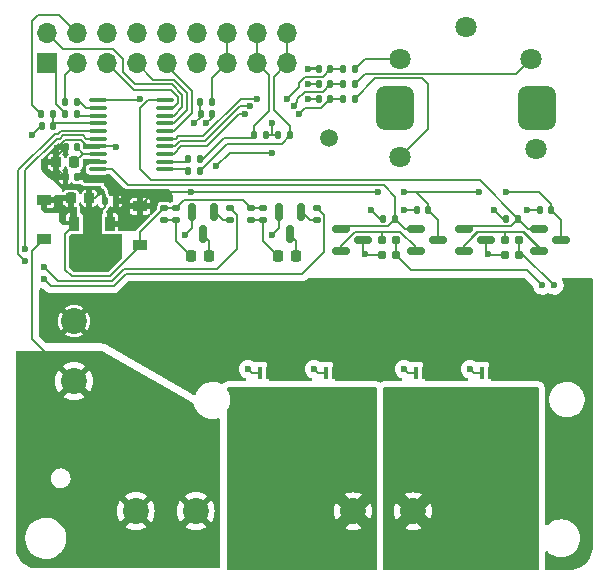
<source format=gbr>
%TF.GenerationSoftware,KiCad,Pcbnew,6.0.0*%
%TF.CreationDate,2022-01-02T23:15:55+02:00*%
%TF.ProjectId,pwm-controller,70776d2d-636f-46e7-9472-6f6c6c65722e,rev?*%
%TF.SameCoordinates,Original*%
%TF.FileFunction,Copper,L1,Top*%
%TF.FilePolarity,Positive*%
%FSLAX46Y46*%
G04 Gerber Fmt 4.6, Leading zero omitted, Abs format (unit mm)*
G04 Created by KiCad (PCBNEW 6.0.0) date 2022-01-02 23:15:55*
%MOMM*%
%LPD*%
G01*
G04 APERTURE LIST*
G04 Aperture macros list*
%AMRoundRect*
0 Rectangle with rounded corners*
0 $1 Rounding radius*
0 $2 $3 $4 $5 $6 $7 $8 $9 X,Y pos of 4 corners*
0 Add a 4 corners polygon primitive as box body*
4,1,4,$2,$3,$4,$5,$6,$7,$8,$9,$2,$3,0*
0 Add four circle primitives for the rounded corners*
1,1,$1+$1,$2,$3*
1,1,$1+$1,$4,$5*
1,1,$1+$1,$6,$7*
1,1,$1+$1,$8,$9*
0 Add four rect primitives between the rounded corners*
20,1,$1+$1,$2,$3,$4,$5,0*
20,1,$1+$1,$4,$5,$6,$7,0*
20,1,$1+$1,$6,$7,$8,$9,0*
20,1,$1+$1,$8,$9,$2,$3,0*%
%AMFreePoly0*
4,1,9,3.862500,-0.866500,0.737500,-0.866500,0.737500,-0.450000,-0.737500,-0.450000,-0.737500,0.450000,0.737500,0.450000,0.737500,0.866500,3.862500,0.866500,3.862500,-0.866500,3.862500,-0.866500,$1*%
%AMFreePoly1*
4,1,21,1.372500,0.787500,0.862500,0.787500,0.862500,0.532500,1.372500,0.532500,1.372500,0.127500,0.862500,0.127500,0.862500,-0.127500,1.372500,-0.127500,1.372500,-0.532500,0.862500,-0.532500,0.862500,-0.787500,1.372500,-0.787500,1.372500,-1.195000,0.612500,-1.195000,0.612500,-1.117500,-0.862500,-1.117500,-0.862500,1.117500,0.612500,1.117500,0.612500,1.195000,1.372500,1.195000,
1.372500,0.787500,1.372500,0.787500,$1*%
G04 Aperture macros list end*
%TA.AperFunction,ComponentPad*%
%ADD10C,2.200000*%
%TD*%
%TA.AperFunction,ComponentPad*%
%ADD11RoundRect,0.800000X-0.800000X-1.100000X0.800000X-1.100000X0.800000X1.100000X-0.800000X1.100000X0*%
%TD*%
%TA.AperFunction,ComponentPad*%
%ADD12C,1.800000*%
%TD*%
%TA.AperFunction,SMDPad,CuDef*%
%ADD13RoundRect,0.225000X-0.225000X-0.250000X0.225000X-0.250000X0.225000X0.250000X-0.225000X0.250000X0*%
%TD*%
%TA.AperFunction,SMDPad,CuDef*%
%ADD14RoundRect,0.155000X0.212500X0.155000X-0.212500X0.155000X-0.212500X-0.155000X0.212500X-0.155000X0*%
%TD*%
%TA.AperFunction,SMDPad,CuDef*%
%ADD15RoundRect,0.150000X-0.587500X-0.150000X0.587500X-0.150000X0.587500X0.150000X-0.587500X0.150000X0*%
%TD*%
%TA.AperFunction,SMDPad,CuDef*%
%ADD16RoundRect,0.160000X-0.197500X-0.160000X0.197500X-0.160000X0.197500X0.160000X-0.197500X0.160000X0*%
%TD*%
%TA.AperFunction,SMDPad,CuDef*%
%ADD17RoundRect,0.135000X0.135000X0.185000X-0.135000X0.185000X-0.135000X-0.185000X0.135000X-0.185000X0*%
%TD*%
%TA.AperFunction,SMDPad,CuDef*%
%ADD18RoundRect,0.140000X0.140000X0.170000X-0.140000X0.170000X-0.140000X-0.170000X0.140000X-0.170000X0*%
%TD*%
%TA.AperFunction,SMDPad,CuDef*%
%ADD19RoundRect,0.140000X-0.140000X-0.170000X0.140000X-0.170000X0.140000X0.170000X-0.140000X0.170000X0*%
%TD*%
%TA.AperFunction,SMDPad,CuDef*%
%ADD20R,0.900000X1.300000*%
%TD*%
%TA.AperFunction,SMDPad,CuDef*%
%ADD21FreePoly0,270.000000*%
%TD*%
%TA.AperFunction,SMDPad,CuDef*%
%ADD22RoundRect,0.135000X-0.135000X-0.185000X0.135000X-0.185000X0.135000X0.185000X-0.135000X0.185000X0*%
%TD*%
%TA.AperFunction,SMDPad,CuDef*%
%ADD23RoundRect,0.150000X-0.150000X0.587500X-0.150000X-0.587500X0.150000X-0.587500X0.150000X0.587500X0*%
%TD*%
%TA.AperFunction,SMDPad,CuDef*%
%ADD24RoundRect,0.135000X0.185000X-0.135000X0.185000X0.135000X-0.185000X0.135000X-0.185000X-0.135000X0*%
%TD*%
%TA.AperFunction,SMDPad,CuDef*%
%ADD25RoundRect,0.218750X0.218750X0.256250X-0.218750X0.256250X-0.218750X-0.256250X0.218750X-0.256250X0*%
%TD*%
%TA.AperFunction,SMDPad,CuDef*%
%ADD26R,1.200000X0.900000*%
%TD*%
%TA.AperFunction,SMDPad,CuDef*%
%ADD27RoundRect,0.225000X0.225000X0.250000X-0.225000X0.250000X-0.225000X-0.250000X0.225000X-0.250000X0*%
%TD*%
%TA.AperFunction,ComponentPad*%
%ADD28R,1.700000X1.700000*%
%TD*%
%TA.AperFunction,ComponentPad*%
%ADD29O,1.700000X1.700000*%
%TD*%
%TA.AperFunction,ComponentPad*%
%ADD30C,1.500000*%
%TD*%
%TA.AperFunction,SMDPad,CuDef*%
%ADD31R,0.405000X0.990000*%
%TD*%
%TA.AperFunction,SMDPad,CuDef*%
%ADD32FreePoly1,270.000000*%
%TD*%
%TA.AperFunction,SMDPad,CuDef*%
%ADD33RoundRect,0.135000X-0.185000X0.135000X-0.185000X-0.135000X0.185000X-0.135000X0.185000X0.135000X0*%
%TD*%
%TA.AperFunction,SMDPad,CuDef*%
%ADD34RoundRect,0.100000X-0.637500X-0.100000X0.637500X-0.100000X0.637500X0.100000X-0.637500X0.100000X0*%
%TD*%
%TA.AperFunction,ViaPad*%
%ADD35C,0.600000*%
%TD*%
%TA.AperFunction,Conductor*%
%ADD36C,0.200000*%
%TD*%
G04 APERTURE END LIST*
D10*
%TO.P,J2,1,Pin_1*%
%TO.N,GND*%
X81788000Y-104648000D03*
%TO.P,J2,2,Pin_2*%
%TO.N,VIN*%
X81788000Y-109728000D03*
%TD*%
D11*
%TO.P,SW1,*%
%TO.N,*%
X120935000Y-86626000D03*
X108935000Y-86626000D03*
D12*
%TO.P,SW1,A,A*%
%TO.N,Net-(R8-Pad1)*%
X109385000Y-82426000D03*
%TO.P,SW1,B,B*%
%TO.N,Net-(R10-Pad1)*%
X120485000Y-82426000D03*
%TO.P,SW1,C,C*%
%TO.N,GND*%
X114935000Y-79726000D03*
%TO.P,SW1,S1,S1*%
%TO.N,Net-(R9-Pad2)*%
X109385000Y-90726000D03*
%TO.P,SW1,S2,S2*%
%TO.N,GND*%
X120885000Y-90026000D03*
%TD*%
D13*
%TO.P,C4,1*%
%TO.N,VIN_D*%
X81521000Y-94234000D03*
%TO.P,C4,2*%
%TO.N,GND*%
X83071000Y-94234000D03*
%TD*%
D14*
%TO.P,C11,1*%
%TO.N,/channel1/GATE*%
X109025500Y-99022000D03*
%TO.P,C11,2*%
%TO.N,GND*%
X107890500Y-99022000D03*
%TD*%
D15*
%TO.P,Q1,1,B*%
%TO.N,PWM1*%
X110695500Y-96802000D03*
%TO.P,Q1,2,E*%
%TO.N,Net-(Q1-Pad2)*%
X110695500Y-98702000D03*
%TO.P,Q1,3,C*%
%TO.N,+5V*%
X112570500Y-97752000D03*
%TD*%
%TO.P,Q4,1,B*%
%TO.N,PWM1*%
X104345500Y-96802000D03*
%TO.P,Q4,2,E*%
%TO.N,Net-(Q1-Pad2)*%
X104345500Y-98702000D03*
%TO.P,Q4,3,C*%
%TO.N,GND*%
X106220500Y-97752000D03*
%TD*%
D16*
%TO.P,R11,1*%
%TO.N,Net-(Q1-Pad2)*%
X107860500Y-97752000D03*
%TO.P,R11,2*%
%TO.N,/channel1/GATE*%
X109055500Y-97752000D03*
%TD*%
D17*
%TO.P,R12,1*%
%TO.N,PWM1*%
X108968000Y-95974000D03*
%TO.P,R12,2*%
%TO.N,GND*%
X107948000Y-95974000D03*
%TD*%
D14*
%TO.P,C13,1*%
%TO.N,/channel2/GATE*%
X119439500Y-99022000D03*
%TO.P,C13,2*%
%TO.N,GND*%
X118304500Y-99022000D03*
%TD*%
D15*
%TO.P,Q5,1,B*%
%TO.N,PWM2*%
X121109500Y-96802000D03*
%TO.P,Q5,2,E*%
%TO.N,Net-(Q5-Pad2)*%
X121109500Y-98702000D03*
%TO.P,Q5,3,C*%
%TO.N,+5V*%
X122984500Y-97752000D03*
%TD*%
%TO.P,Q8,1,B*%
%TO.N,PWM2*%
X114759500Y-96802000D03*
%TO.P,Q8,2,E*%
%TO.N,Net-(Q5-Pad2)*%
X114759500Y-98702000D03*
%TO.P,Q8,3,C*%
%TO.N,GND*%
X116634500Y-97752000D03*
%TD*%
D16*
%TO.P,R13,1*%
%TO.N,Net-(Q5-Pad2)*%
X118274500Y-97752000D03*
%TO.P,R13,2*%
%TO.N,/channel2/GATE*%
X119469500Y-97752000D03*
%TD*%
D17*
%TO.P,R14,1*%
%TO.N,PWM2*%
X119382000Y-95974000D03*
%TO.P,R14,2*%
%TO.N,GND*%
X118362000Y-95974000D03*
%TD*%
D18*
%TO.P,C10,1*%
%TO.N,+5V*%
X122174000Y-95212000D03*
%TO.P,C10,2*%
%TO.N,GND*%
X121214000Y-95212000D03*
%TD*%
%TO.P,C12,1*%
%TO.N,+5V*%
X111760000Y-95212000D03*
%TO.P,C12,2*%
%TO.N,GND*%
X110800000Y-95212000D03*
%TD*%
D19*
%TO.P,C7,1*%
%TO.N,GND*%
X102517000Y-83274000D03*
%TO.P,C7,2*%
%TO.N,RE_I*%
X103477000Y-83274000D03*
%TD*%
%TO.P,C8,1*%
%TO.N,GND*%
X102517000Y-84544000D03*
%TO.P,C8,2*%
%TO.N,RE_Q*%
X103477000Y-84544000D03*
%TD*%
%TO.P,C9,1*%
%TO.N,GND*%
X102517000Y-85814000D03*
%TO.P,C9,2*%
%TO.N,RE_B*%
X103477000Y-85814000D03*
%TD*%
D20*
%TO.P,U2,1,OUT*%
%TO.N,+5V*%
X84812000Y-96394000D03*
D21*
%TO.P,U2,2,GND*%
%TO.N,GND*%
X83312000Y-96481500D03*
D20*
%TO.P,U2,3,IN*%
%TO.N,VIN_D*%
X81812000Y-96394000D03*
%TD*%
D17*
%TO.P,R8,1*%
%TO.N,Net-(R8-Pad1)*%
X105539000Y-83274000D03*
%TO.P,R8,2*%
%TO.N,RE_I*%
X104519000Y-83274000D03*
%TD*%
D22*
%TO.P,R9,1*%
%TO.N,RE_B*%
X104519000Y-85814000D03*
%TO.P,R9,2*%
%TO.N,Net-(R9-Pad2)*%
X105539000Y-85814000D03*
%TD*%
D17*
%TO.P,R10,1*%
%TO.N,Net-(R10-Pad1)*%
X105539000Y-84544000D03*
%TO.P,R10,2*%
%TO.N,RE_Q*%
X104519000Y-84544000D03*
%TD*%
D23*
%TO.P,Q9,1,B*%
%TO.N,Net-(Q9-Pad1)*%
X93660000Y-95379300D03*
%TO.P,Q9,2,E*%
%TO.N,GND*%
X91760000Y-95379300D03*
%TO.P,Q9,3,C*%
%TO.N,/led_driver1/LED_K*%
X92710000Y-97254300D03*
%TD*%
%TO.P,Q10,1,B*%
%TO.N,Net-(Q10-Pad1)*%
X101026000Y-95379300D03*
%TO.P,Q10,2,E*%
%TO.N,GND*%
X99126000Y-95379300D03*
%TO.P,Q10,3,C*%
%TO.N,/led_driver2/LED_K*%
X100076000Y-97254300D03*
%TD*%
D24*
%TO.P,R15,1*%
%TO.N,Net-(Q9-Pad1)*%
X94996000Y-96064800D03*
%TO.P,R15,2*%
%TO.N,LED2*%
X94996000Y-95044800D03*
%TD*%
%TO.P,R18,1*%
%TO.N,Net-(Q10-Pad1)*%
X102362000Y-96064800D03*
%TO.P,R18,2*%
%TO.N,LED1*%
X102362000Y-95044800D03*
%TD*%
D25*
%TO.P,D4,1,K*%
%TO.N,/led_driver1/LED_K*%
X93243500Y-99110800D03*
%TO.P,D4,2,A*%
%TO.N,/led_driver1/LED_A*%
X91668500Y-99110800D03*
%TD*%
%TO.P,D3,1,K*%
%TO.N,/led_driver2/LED_K*%
X100609500Y-99110800D03*
%TO.P,D3,2,A*%
%TO.N,/led_driver2/LED_A*%
X99034500Y-99110800D03*
%TD*%
D22*
%TO.P,R3,1*%
%TO.N,SCL*%
X97026000Y-88900000D03*
%TO.P,R3,2*%
%TO.N,+5V*%
X98046000Y-88900000D03*
%TD*%
D17*
%TO.P,R5,1*%
%TO.N,SDA*%
X100078000Y-88900000D03*
%TO.P,R5,2*%
%TO.N,+5V*%
X99058000Y-88900000D03*
%TD*%
D18*
%TO.P,C5,1*%
%TO.N,+5V*%
X85316000Y-94488000D03*
%TO.P,C5,2*%
%TO.N,GND*%
X84356000Y-94488000D03*
%TD*%
D26*
%TO.P,D2,1,K*%
%TO.N,VIN_D*%
X79248000Y-94362000D03*
%TO.P,D2,2,A*%
%TO.N,VIN*%
X79248000Y-97662000D03*
%TD*%
D19*
%TO.P,C1,1*%
%TO.N,GND*%
X81054000Y-89916000D03*
%TO.P,C1,2*%
%TO.N,/VCAP*%
X82014000Y-89916000D03*
%TD*%
D27*
%TO.P,C14,1*%
%TO.N,/VCAP*%
X81801000Y-91186000D03*
%TO.P,C14,2*%
%TO.N,GND*%
X80251000Y-91186000D03*
%TD*%
D28*
%TO.P,J1,1,Pin_1*%
%TO.N,URX*%
X79502000Y-82804000D03*
D29*
%TO.P,J1,2,Pin_2*%
%TO.N,SWIM*%
X79502000Y-80264000D03*
%TO.P,J1,3,Pin_3*%
%TO.N,UTX*%
X82042000Y-82804000D03*
%TO.P,J1,4,Pin_4*%
%TO.N,NRST*%
X82042000Y-80264000D03*
%TO.P,J1,5,Pin_5*%
%TO.N,SADD0*%
X84582000Y-82804000D03*
%TO.P,J1,6,Pin_6*%
%TO.N,GND*%
X84582000Y-80264000D03*
%TO.P,J1,7,Pin_7*%
%TO.N,SADD1*%
X87122000Y-82804000D03*
%TO.P,J1,8,Pin_8*%
%TO.N,GND*%
X87122000Y-80264000D03*
%TO.P,J1,9,Pin_9*%
%TO.N,SADD2*%
X89662000Y-82804000D03*
%TO.P,J1,10,Pin_10*%
%TO.N,GND*%
X89662000Y-80264000D03*
%TO.P,J1,11,Pin_11*%
X92202000Y-82804000D03*
%TO.P,J1,12,Pin_12*%
X92202000Y-80264000D03*
%TO.P,J1,13,Pin_13*%
%TO.N,INT*%
X94742000Y-82804000D03*
%TO.P,J1,14,Pin_14*%
X94742000Y-80264000D03*
%TO.P,J1,15,Pin_15*%
%TO.N,SCL*%
X97282000Y-82804000D03*
%TO.P,J1,16,Pin_16*%
X97282000Y-80264000D03*
%TO.P,J1,17,Pin_17*%
%TO.N,SDA*%
X99822000Y-82804000D03*
%TO.P,J1,18,Pin_18*%
X99822000Y-80264000D03*
%TD*%
D26*
%TO.P,D1,1,K*%
%TO.N,VIN_D*%
X87376000Y-98220800D03*
%TO.P,D1,2,A*%
%TO.N,+5V*%
X87376000Y-94920800D03*
%TD*%
D30*
%TO.P,TP1,1,1*%
%TO.N,+5V*%
X103378000Y-89154000D03*
%TD*%
D10*
%TO.P,J4,1,Pin_1*%
%TO.N,DRAIN2*%
X105410000Y-120739000D03*
%TO.P,J4,2,Pin_2*%
%TO.N,DRAIN1*%
X110490000Y-120739000D03*
%TD*%
%TO.P,J3,1,Pin_1*%
%TO.N,VIN*%
X86995000Y-120739000D03*
%TO.P,J3,2,Pin_2*%
X92075000Y-120739000D03*
%TD*%
D31*
%TO.P,Q2,1,S*%
%TO.N,GND*%
X112750000Y-109055000D03*
%TO.P,Q2,2,S*%
X112090000Y-109055000D03*
%TO.P,Q2,3,S*%
X111430000Y-109055000D03*
%TO.P,Q2,4,G*%
%TO.N,/channel1/GATE*%
X110770000Y-109055000D03*
D32*
%TO.P,Q2,5,D*%
%TO.N,DRAIN1*%
X111760000Y-111047500D03*
%TD*%
D31*
%TO.P,Q6,1,S*%
%TO.N,GND*%
X99542000Y-109055000D03*
%TO.P,Q6,2,S*%
X98882000Y-109055000D03*
%TO.P,Q6,3,S*%
X98222000Y-109055000D03*
%TO.P,Q6,4,G*%
%TO.N,/channel2/GATE*%
X97562000Y-109055000D03*
D32*
%TO.P,Q6,5,D*%
%TO.N,DRAIN2*%
X98552000Y-111047500D03*
%TD*%
D33*
%TO.P,R16,1*%
%TO.N,VIN_D*%
X89408000Y-95044800D03*
%TO.P,R16,2*%
%TO.N,/led_driver1/LED_A*%
X89408000Y-96064800D03*
%TD*%
%TO.P,R17,1*%
%TO.N,VIN_D*%
X90424000Y-95044800D03*
%TO.P,R17,2*%
%TO.N,/led_driver1/LED_A*%
X90424000Y-96064800D03*
%TD*%
%TO.P,R19,1*%
%TO.N,VIN_D*%
X96774000Y-95044800D03*
%TO.P,R19,2*%
%TO.N,/led_driver2/LED_A*%
X96774000Y-96064800D03*
%TD*%
%TO.P,R20,1*%
%TO.N,VIN_D*%
X97790000Y-95044800D03*
%TO.P,R20,2*%
%TO.N,/led_driver2/LED_A*%
X97790000Y-96064800D03*
%TD*%
D31*
%TO.P,Q3,1,S*%
%TO.N,GND*%
X118338000Y-109055000D03*
%TO.P,Q3,2,S*%
X117678000Y-109055000D03*
%TO.P,Q3,3,S*%
X117018000Y-109055000D03*
%TO.P,Q3,4,G*%
%TO.N,/channel1/GATE*%
X116358000Y-109055000D03*
D32*
%TO.P,Q3,5,D*%
%TO.N,DRAIN1*%
X117348000Y-111047500D03*
%TD*%
D31*
%TO.P,Q7,1,S*%
%TO.N,GND*%
X105130000Y-109055000D03*
%TO.P,Q7,2,S*%
X104470000Y-109055000D03*
%TO.P,Q7,3,S*%
X103810000Y-109055000D03*
%TO.P,Q7,4,G*%
%TO.N,/channel2/GATE*%
X103150000Y-109055000D03*
D32*
%TO.P,Q7,5,D*%
%TO.N,DRAIN2*%
X104140000Y-111047500D03*
%TD*%
D18*
%TO.P,C3,1*%
%TO.N,GND*%
X93444000Y-87084000D03*
%TO.P,C3,2*%
%TO.N,/INT_PIN*%
X92484000Y-87084000D03*
%TD*%
D22*
%TO.P,R21,1*%
%TO.N,NRST*%
X78992000Y-87122000D03*
%TO.P,R21,2*%
%TO.N,/NRST_PIN*%
X80012000Y-87122000D03*
%TD*%
D17*
%TO.P,R4,1*%
%TO.N,INT*%
X93474000Y-86068000D03*
%TO.P,R4,2*%
%TO.N,/INT_PIN*%
X92454000Y-86068000D03*
%TD*%
%TO.P,R1,1*%
%TO.N,SCL*%
X92458000Y-90894000D03*
%TO.P,R1,2*%
%TO.N,/SCL_PIN*%
X91438000Y-90894000D03*
%TD*%
D22*
%TO.P,R7,1*%
%TO.N,URX*%
X81024000Y-87084000D03*
%TO.P,R7,2*%
%TO.N,/URX_PIN*%
X82044000Y-87084000D03*
%TD*%
D19*
%TO.P,C2,1*%
%TO.N,GND*%
X81054000Y-92456000D03*
%TO.P,C2,2*%
%TO.N,+5V*%
X82014000Y-92456000D03*
%TD*%
D34*
%TO.P,U1,1,PD4/INT*%
%TO.N,/INT_PIN*%
X83786500Y-85929000D03*
%TO.P,U1,2,PD5/UTX*%
%TO.N,/UTX_PIN*%
X83786500Y-86579000D03*
%TO.P,U1,3,PD6/URX*%
%TO.N,/URX_PIN*%
X83786500Y-87229000D03*
%TO.P,U1,4,NRST*%
%TO.N,/NRST_PIN*%
X83786500Y-87879000D03*
%TO.P,U1,5,PA1/LED1*%
%TO.N,LED1*%
X83786500Y-88529000D03*
%TO.P,U1,6,PA2/LED2*%
%TO.N,LED2*%
X83786500Y-89179000D03*
%TO.P,U1,7,VSS*%
%TO.N,GND*%
X83786500Y-89829000D03*
%TO.P,U1,8,VCAP*%
%TO.N,/VCAP*%
X83786500Y-90479000D03*
%TO.P,U1,9,VDD*%
%TO.N,+5V*%
X83786500Y-91129000D03*
%TO.P,U1,10,PA3/PWM1*%
%TO.N,PWM1*%
X83786500Y-91779000D03*
%TO.P,U1,11,PB5/SDA*%
%TO.N,/SDA_PIN*%
X89511500Y-91779000D03*
%TO.P,U1,12,PB4/SCL*%
%TO.N,/SCL_PIN*%
X89511500Y-91129000D03*
%TO.P,U1,13,PC3/RE_B*%
%TO.N,RE_B*%
X89511500Y-90479000D03*
%TO.P,U1,14,PC4/RE_Q*%
%TO.N,RE_Q*%
X89511500Y-89829000D03*
%TO.P,U1,15,PC5/RE_I*%
%TO.N,RE_I*%
X89511500Y-89179000D03*
%TO.P,U1,16,PC6/SADD2*%
%TO.N,SADD2*%
X89511500Y-88529000D03*
%TO.P,U1,17,PC7/SADD1*%
%TO.N,SADD1*%
X89511500Y-87879000D03*
%TO.P,U1,18,PD1/SWIM*%
%TO.N,SWIM*%
X89511500Y-87229000D03*
%TO.P,U1,19,PD2/SADD0*%
%TO.N,SADD0*%
X89511500Y-86579000D03*
%TO.P,U1,20,PD3/PWM2*%
%TO.N,PWM2*%
X89511500Y-85929000D03*
%TD*%
D18*
%TO.P,C6,1*%
%TO.N,/NRST_PIN*%
X79982000Y-88138000D03*
%TO.P,C6,2*%
%TO.N,GND*%
X79022000Y-88138000D03*
%TD*%
D17*
%TO.P,R2,1*%
%TO.N,SDA*%
X92458000Y-91910000D03*
%TO.P,R2,2*%
%TO.N,/SDA_PIN*%
X91438000Y-91910000D03*
%TD*%
D22*
%TO.P,R6,1*%
%TO.N,UTX*%
X81024000Y-86068000D03*
%TO.P,R6,2*%
%TO.N,/UTX_PIN*%
X82044000Y-86068000D03*
%TD*%
D35*
%TO.N,GND*%
X112395000Y-104140000D03*
X79248000Y-91186000D03*
X97155000Y-106680000D03*
X92075000Y-106680000D03*
X101578900Y-83289931D03*
X124460000Y-101600000D03*
X86995000Y-104140000D03*
X117475000Y-101600000D03*
X86995000Y-106680000D03*
X99695000Y-101600000D03*
X114935000Y-104140000D03*
X104775000Y-106680000D03*
X85344000Y-89916000D03*
X86995000Y-101600000D03*
X89535000Y-104140000D03*
X84074000Y-93688000D03*
X97155000Y-101600000D03*
X94615000Y-106680000D03*
X109855000Y-101600000D03*
X80264000Y-92456000D03*
X102235000Y-104140000D03*
X91186000Y-97332800D03*
X114935000Y-106680000D03*
X84836000Y-98768000D03*
X92075000Y-104140000D03*
X106934000Y-95212000D03*
X99695000Y-106680000D03*
X114935000Y-101600000D03*
X78232000Y-88900000D03*
X120142000Y-95212000D03*
X94615000Y-101600000D03*
X112395000Y-101600000D03*
X124460000Y-106680000D03*
X94615000Y-104140000D03*
X101600000Y-84582000D03*
X101600000Y-85824010D03*
X117348000Y-95212000D03*
X104775000Y-104140000D03*
X106426000Y-98933000D03*
X102235000Y-106680000D03*
X109855000Y-106680000D03*
X81788000Y-98768000D03*
X120015000Y-101600000D03*
X120015000Y-106680000D03*
X107315000Y-106680000D03*
X120015000Y-104140000D03*
X89535000Y-101600000D03*
X89535000Y-106680000D03*
X104775000Y-101600000D03*
X92075000Y-101600000D03*
X92964000Y-87884000D03*
X97155000Y-104140000D03*
X98552000Y-97332800D03*
X102235000Y-101600000D03*
X124460000Y-104140000D03*
X99695000Y-104140000D03*
X112395000Y-106680000D03*
X109728000Y-95212000D03*
X109855000Y-104140000D03*
X117475000Y-106680000D03*
X107315000Y-101600000D03*
X107315000Y-104140000D03*
X116840000Y-98933000D03*
X117475000Y-104140000D03*
X80334764Y-89986764D03*
%TO.N,RE_Q*%
X96716313Y-86414000D03*
X100390870Y-86410905D03*
%TO.N,RE_I*%
X99822000Y-85814000D03*
X97282000Y-85814000D03*
%TO.N,RE_B*%
X100838000Y-87084000D03*
X96266000Y-87084000D03*
%TO.N,LED1*%
X79248000Y-101092000D03*
X77632000Y-99568000D03*
%TO.N,LED2*%
X77649645Y-98533558D03*
X79248000Y-100076000D03*
%TO.N,DRAIN1*%
X115570000Y-116840000D03*
X118110000Y-124460000D03*
X113030000Y-114300000D03*
X110490000Y-124460000D03*
X113030000Y-116840000D03*
X110490000Y-116840000D03*
X115570000Y-119380000D03*
X113030000Y-119380000D03*
X118110000Y-116840000D03*
X115570000Y-114300000D03*
X118110000Y-119380000D03*
X118110000Y-114300000D03*
X118110000Y-121920000D03*
X110490000Y-114300000D03*
X113030000Y-121920000D03*
X115570000Y-121920000D03*
X115570000Y-124460000D03*
X113030000Y-124460000D03*
%TO.N,DRAIN2*%
X105410000Y-114300000D03*
X97790000Y-114300000D03*
X100330000Y-119380000D03*
X97790000Y-116840000D03*
X105410000Y-116840000D03*
X102870000Y-124460000D03*
X102870000Y-121920000D03*
X105410000Y-124460000D03*
X97790000Y-124460000D03*
X100330000Y-114300000D03*
X100330000Y-116840000D03*
X100330000Y-121920000D03*
X102870000Y-116840000D03*
X102870000Y-119380000D03*
X102870000Y-114300000D03*
X97790000Y-119380000D03*
X100330000Y-124460000D03*
X97790000Y-121920000D03*
%TO.N,/channel1/GATE*%
X115316000Y-108712000D03*
X121412000Y-101600000D03*
X109728000Y-108712000D03*
%TO.N,/channel2/GATE*%
X96520000Y-108712000D03*
X122428000Y-101600000D03*
X102108000Y-108712000D03*
%TO.N,VIN*%
X79375000Y-114300000D03*
X79375000Y-119380000D03*
X89522400Y-119380000D03*
X84455000Y-119380000D03*
X81915000Y-114300000D03*
X86995000Y-124460000D03*
X86995000Y-116840000D03*
X89535000Y-116840000D03*
X86995000Y-114300000D03*
X89535000Y-124460000D03*
X86995000Y-111760000D03*
X79375000Y-116840000D03*
X81915000Y-116840000D03*
X84455000Y-109207400D03*
X89535000Y-121907400D03*
X79375000Y-111747400D03*
X84455000Y-121907400D03*
X84455000Y-114300000D03*
X84455000Y-111760000D03*
X84455000Y-116840000D03*
X92075000Y-116840000D03*
X89535000Y-114300000D03*
X84455000Y-124460000D03*
X79375000Y-109207400D03*
X81915000Y-119380000D03*
X92075000Y-114287400D03*
X92075000Y-124460000D03*
X89535000Y-111747400D03*
%TO.N,+5V*%
X91643200Y-93726000D03*
X98552000Y-87846000D03*
X93814994Y-91528994D03*
X118364000Y-93726000D03*
X107480000Y-93726000D03*
X116078000Y-93726000D03*
X98552000Y-90386000D03*
X109728000Y-93726000D03*
%TO.N,/INT_PIN*%
X91948000Y-87884000D03*
X87332735Y-85808735D03*
%TD*%
D36*
%TO.N,GND*%
X102517000Y-84544000D02*
X101638000Y-84544000D01*
X116697000Y-97752000D02*
X116697000Y-98790000D01*
X82336260Y-89305990D02*
X81015538Y-89305990D01*
X99126000Y-96758800D02*
X98552000Y-97332800D01*
X98222000Y-109055000D02*
X99542000Y-109055000D01*
X103810000Y-109055000D02*
X105130000Y-109055000D01*
X118362000Y-95974000D02*
X118110000Y-95974000D01*
X116929000Y-99022000D02*
X116840000Y-98933000D01*
X106283000Y-97752000D02*
X106283000Y-98790000D01*
X102870000Y-106680000D02*
X102235000Y-106680000D01*
X83071000Y-94234000D02*
X83071000Y-95009000D01*
X103810000Y-107620000D02*
X102870000Y-106680000D01*
X117018000Y-109055000D02*
X117018000Y-107493000D01*
X117018000Y-107493000D02*
X117475000Y-107036000D01*
X101662990Y-83249010D02*
X102553010Y-83249010D01*
X93444000Y-87084000D02*
X93444000Y-87404000D01*
X111430000Y-107620000D02*
X110490000Y-106680000D01*
X110490000Y-106680000D02*
X109855000Y-106680000D01*
X80251000Y-91653000D02*
X81054000Y-92456000D01*
X107890500Y-99022000D02*
X106515000Y-99022000D01*
X83528000Y-94234000D02*
X84074000Y-93688000D01*
X102517000Y-85814000D02*
X101610010Y-85814000D01*
X111430000Y-109055000D02*
X112750000Y-109055000D01*
X83786500Y-89829000D02*
X85257000Y-89829000D01*
X107948000Y-95974000D02*
X107696000Y-95974000D01*
X118110000Y-95974000D02*
X117348000Y-95212000D01*
X116697000Y-98790000D02*
X116840000Y-98933000D01*
X103810000Y-109055000D02*
X103810000Y-107620000D01*
X117475000Y-107036000D02*
X117475000Y-106680000D01*
X98222000Y-107747000D02*
X97155000Y-106680000D01*
X83071000Y-94234000D02*
X83528000Y-94234000D01*
X84356000Y-93970000D02*
X84074000Y-93688000D01*
X80251000Y-90719000D02*
X81054000Y-89916000D01*
X102517000Y-83274000D02*
X101594831Y-83274000D01*
X79022000Y-88138000D02*
X78994000Y-88138000D01*
X106283000Y-98790000D02*
X106426000Y-98933000D01*
X82859270Y-89829000D02*
X82336260Y-89305990D01*
X80251000Y-91186000D02*
X80251000Y-91653000D01*
X78994000Y-88138000D02*
X78232000Y-88900000D01*
X106515000Y-99022000D02*
X106426000Y-98933000D01*
X81788000Y-98768000D02*
X84836000Y-98768000D01*
X91760000Y-95316800D02*
X91760000Y-96758800D01*
X81054000Y-89916000D02*
X80405528Y-89916000D01*
X107696000Y-95974000D02*
X106934000Y-95212000D01*
X84356000Y-94488000D02*
X84356000Y-93970000D01*
X110800000Y-95212000D02*
X109728000Y-95212000D01*
X101638000Y-84544000D02*
X101600000Y-84582000D01*
X80251000Y-91186000D02*
X80251000Y-90719000D01*
X84356000Y-94488000D02*
X84356000Y-94968000D01*
X91760000Y-96758800D02*
X91186000Y-97332800D01*
X80334764Y-89986764D02*
X81015538Y-89305990D01*
X83786500Y-89829000D02*
X82859270Y-89829000D01*
X83312000Y-95250000D02*
X83312000Y-96481500D01*
X83071000Y-95009000D02*
X83312000Y-95250000D01*
X118304500Y-99022000D02*
X116929000Y-99022000D01*
X99126000Y-95316800D02*
X99126000Y-96758800D01*
X85257000Y-89829000D02*
X85344000Y-89916000D01*
X83312000Y-98768000D02*
X83312000Y-96481500D01*
X111430000Y-109055000D02*
X111430000Y-107620000D01*
X121214000Y-95212000D02*
X120142000Y-95212000D01*
X84356000Y-94968000D02*
X84074000Y-95250000D01*
X81054000Y-92456000D02*
X80264000Y-92456000D01*
X101594831Y-83274000D02*
X101578900Y-83289931D01*
X93444000Y-87404000D02*
X92964000Y-87884000D01*
X80251000Y-91186000D02*
X79248000Y-91186000D01*
X117018000Y-109055000D02*
X118338000Y-109055000D01*
X101610010Y-85814000D02*
X101600000Y-85824010D01*
X98222000Y-109055000D02*
X98222000Y-107747000D01*
X84074000Y-95250000D02*
X83312000Y-95250000D01*
%TO.N,SCL*%
X92458000Y-90894000D02*
X92710000Y-90894000D01*
X94488000Y-89116000D02*
X96810000Y-89116000D01*
X97282000Y-82804000D02*
X98298000Y-83820000D01*
X97026000Y-88102000D02*
X98298000Y-86830000D01*
X96810000Y-89116000D02*
X97026000Y-88900000D01*
X92710000Y-90894000D02*
X94488000Y-89116000D01*
X98298000Y-83820000D02*
X98298000Y-86830000D01*
X97282000Y-82804000D02*
X97282000Y-80264000D01*
X97026000Y-88900000D02*
X97026000Y-88102000D01*
%TO.N,SDA*%
X92458000Y-91910000D02*
X94744000Y-89624000D01*
X100078000Y-88900000D02*
X100078000Y-88102000D01*
X99822000Y-82804000D02*
X99822000Y-80264000D01*
X100078000Y-88102000D02*
X98698010Y-86722010D01*
X99354000Y-89624000D02*
X100078000Y-88900000D01*
X99822000Y-82804000D02*
X98698010Y-83927990D01*
X98698010Y-83927990D02*
X98698010Y-86722010D01*
X94744000Y-89624000D02*
X99354000Y-89624000D01*
%TO.N,SWIM*%
X85897000Y-82416998D02*
X85052001Y-81571999D01*
X79502000Y-80264000D02*
X80809999Y-81571999D01*
X86958000Y-84582000D02*
X85897000Y-83521000D01*
X85897000Y-83521000D02*
X85897000Y-82416998D01*
X90949020Y-85497620D02*
X90033400Y-84582000D01*
X80809999Y-81571999D02*
X85052001Y-81571999D01*
X90033400Y-84582000D02*
X86958000Y-84582000D01*
X90949020Y-86528980D02*
X90949020Y-85497620D01*
X89511500Y-87229000D02*
X90249000Y-87229000D01*
X90249000Y-87229000D02*
X90949020Y-86528980D01*
%TO.N,RE_Q*%
X104519000Y-84544000D02*
X103477000Y-84544000D01*
X90735698Y-89408000D02*
X92868301Y-89408000D01*
X92868301Y-89408000D02*
X95862301Y-86414000D01*
X90314698Y-89829000D02*
X90735698Y-89408000D01*
X100390870Y-86410905D02*
X100690869Y-86110906D01*
X100690869Y-86110906D02*
X100690869Y-85845139D01*
X95862301Y-86414000D02*
X96716313Y-86414000D01*
X102817010Y-85203990D02*
X103477000Y-84544000D01*
X101332018Y-85203990D02*
X102817010Y-85203990D01*
X100690869Y-85845139D02*
X101332018Y-85203990D01*
X89511500Y-89829000D02*
X90314698Y-89829000D01*
%TO.N,RE_I*%
X90585998Y-88992001D02*
X92718602Y-88992001D01*
X89511500Y-89179000D02*
X90398999Y-89179000D01*
X90398999Y-89179000D02*
X90585998Y-88992001D01*
X99822000Y-85814000D02*
X100793999Y-84842001D01*
X102817010Y-83933990D02*
X103477000Y-83274000D01*
X101360008Y-83933990D02*
X102817010Y-83933990D01*
X100793999Y-84499999D02*
X101360008Y-83933990D01*
X104519000Y-83274000D02*
X103477000Y-83274000D01*
X92718602Y-88992001D02*
X95896603Y-85814000D01*
X95896603Y-85814000D02*
X97282000Y-85814000D01*
X100793999Y-84842001D02*
X100793999Y-84499999D01*
%TO.N,SADD0*%
X89511500Y-86579000D02*
X90173000Y-86579000D01*
X90549010Y-85663308D02*
X89975702Y-85090000D01*
X89975702Y-85090000D02*
X86868000Y-85090000D01*
X86868000Y-85090000D02*
X84582000Y-82804000D01*
X90164702Y-86579000D02*
X90549010Y-86194692D01*
X90549010Y-86194692D02*
X90549010Y-85663308D01*
%TO.N,SADD1*%
X88499990Y-84181990D02*
X87122000Y-82804000D01*
X91349030Y-85331931D02*
X90199089Y-84181990D01*
X89511500Y-87879000D02*
X90249000Y-87879000D01*
X91349030Y-86778970D02*
X91349030Y-85331931D01*
X90199089Y-84181990D02*
X88499990Y-84181990D01*
X90249000Y-87879000D02*
X91349030Y-86778970D01*
%TO.N,SADD2*%
X90249000Y-88529000D02*
X91749040Y-87028960D01*
X91749040Y-87028960D02*
X91749040Y-85145040D01*
X89662000Y-83058000D02*
X89662000Y-82804000D01*
X90079028Y-83221028D02*
X89662000Y-82804000D01*
X89511500Y-88529000D02*
X90249000Y-88529000D01*
X91749040Y-85145040D02*
X89662000Y-83058000D01*
%TO.N,URX*%
X80264000Y-83566000D02*
X79502000Y-82804000D01*
X81024000Y-87084000D02*
X81024000Y-87003198D01*
X80264000Y-86243198D02*
X80264000Y-83566000D01*
X81024000Y-87003198D02*
X80264000Y-86243198D01*
%TO.N,UTX*%
X81024000Y-86068000D02*
X81024000Y-83822000D01*
X81024000Y-83822000D02*
X82042000Y-82804000D01*
%TO.N,RE_B*%
X90862698Y-89846698D02*
X92995302Y-89846698D01*
X89511500Y-90479000D02*
X90230396Y-90479000D01*
X90230396Y-90479000D02*
X90862698Y-89846698D01*
X102687270Y-86576000D02*
X103449270Y-85814000D01*
X103449270Y-85814000D02*
X103477000Y-85814000D01*
X92995302Y-89846698D02*
X95758000Y-87084000D01*
X104519000Y-85814000D02*
X103477000Y-85814000D01*
X101346000Y-86576000D02*
X102687270Y-86576000D01*
X100838000Y-87084000D02*
X101346000Y-86576000D01*
X95758000Y-87084000D02*
X96266000Y-87084000D01*
%TO.N,INT*%
X94742000Y-80264000D02*
X94742000Y-82804000D01*
X93474000Y-86068000D02*
X93474000Y-84072000D01*
X93474000Y-84072000D02*
X94742000Y-82804000D01*
%TO.N,LED1*%
X101092000Y-100634800D02*
X86150920Y-100634800D01*
X80670009Y-88505970D02*
X80396989Y-88778990D01*
X102982010Y-95664810D02*
X102982010Y-98744790D01*
X102362000Y-95044800D02*
X102982010Y-95664810D01*
X83786500Y-88529000D02*
X82690668Y-88529000D01*
X102982010Y-98744790D02*
X101092000Y-100634800D01*
X77049644Y-91857655D02*
X80128310Y-88778990D01*
X85147699Y-101638020D02*
X79794020Y-101638020D01*
X85147699Y-101638020D02*
X86150920Y-100634800D01*
X82667638Y-88505970D02*
X80670009Y-88505970D01*
X82690668Y-88529000D02*
X82667638Y-88505970D01*
X77049644Y-91857655D02*
X77049644Y-98985644D01*
X80396989Y-88778990D02*
X80128310Y-88778990D01*
X77049644Y-98985644D02*
X77632000Y-99568000D01*
X79794020Y-101638020D02*
X79248000Y-101092000D01*
%TO.N,LED2*%
X80409519Y-101237519D02*
X84969881Y-101237519D01*
X80562678Y-89179000D02*
X80293998Y-89179000D01*
X77649645Y-91823353D02*
X77649645Y-98533558D01*
X85972120Y-100235280D02*
X93871520Y-100235280D01*
X79248000Y-100076000D02*
X80409519Y-101237519D01*
X94996000Y-95044800D02*
X95616010Y-95664810D01*
X80835698Y-88905980D02*
X80562678Y-89179000D01*
X84969881Y-101237519D02*
X85972120Y-100235280D01*
X82501949Y-88905980D02*
X80835698Y-88905980D01*
X77649645Y-91823353D02*
X80293998Y-89179000D01*
X93871520Y-100235280D02*
X95616010Y-98490790D01*
X82774968Y-89179000D02*
X82501949Y-88905980D01*
X95616010Y-95664810D02*
X95616010Y-98490790D01*
X83786500Y-89179000D02*
X82774968Y-89179000D01*
%TO.N,PWM1*%
X108968000Y-95974000D02*
X108968000Y-94109998D01*
X107984001Y-93125999D02*
X86305999Y-93125999D01*
X108968000Y-95974000D02*
X109796000Y-96802000D01*
X109796000Y-96802000D02*
X110695500Y-96802000D01*
X104553980Y-96593520D02*
X104345500Y-96802000D01*
X108968000Y-94109998D02*
X107984001Y-93125999D01*
X108968000Y-95974000D02*
X108348480Y-96593520D01*
X84959000Y-91779000D02*
X83786500Y-91779000D01*
X86305999Y-93125999D02*
X84959000Y-91779000D01*
X108348480Y-96593520D02*
X104553980Y-96593520D01*
%TO.N,PWM2*%
X87376000Y-91794604D02*
X87376000Y-86614000D01*
X88061000Y-85929000D02*
X89511500Y-85929000D01*
X87376000Y-86614000D02*
X88061000Y-85929000D01*
X118762480Y-96593520D02*
X114967980Y-96593520D01*
X119382000Y-95974000D02*
X118762480Y-96593520D01*
X116133989Y-92725989D02*
X88307385Y-92725989D01*
X120210000Y-96802000D02*
X121109500Y-96802000D01*
X88307385Y-92725989D02*
X87376000Y-91794604D01*
X119382000Y-95974000D02*
X116133989Y-92725989D01*
X114967980Y-96593520D02*
X114759500Y-96802000D01*
X119382000Y-95974000D02*
X120210000Y-96802000D01*
%TO.N,/channel1/GATE*%
X109055500Y-97752000D02*
X109055500Y-98992000D01*
X110071000Y-109055000D02*
X109728000Y-108712000D01*
X116358000Y-109055000D02*
X115659000Y-109055000D01*
X110770000Y-109055000D02*
X110071000Y-109055000D01*
X109025500Y-99022000D02*
X110333500Y-100330000D01*
X110333500Y-100330000D02*
X120142000Y-100330000D01*
X120142000Y-100330000D02*
X121412000Y-101600000D01*
X115659000Y-109055000D02*
X115316000Y-108712000D01*
%TO.N,/channel2/GATE*%
X119469500Y-97752000D02*
X119469500Y-98992000D01*
X119439500Y-99022000D02*
X119807000Y-99022000D01*
X122385000Y-101600000D02*
X122428000Y-101600000D01*
X96863000Y-109055000D02*
X96520000Y-108712000D01*
X103150000Y-109055000D02*
X102451000Y-109055000D01*
X97562000Y-109055000D02*
X96863000Y-109055000D01*
X102451000Y-109055000D02*
X102108000Y-108712000D01*
X119807000Y-99022000D02*
X122385000Y-101600000D01*
%TO.N,VIN*%
X78232000Y-106172000D02*
X78232000Y-98678000D01*
X81788000Y-109728000D02*
X78232000Y-106172000D01*
X78232000Y-98678000D02*
X79248000Y-97662000D01*
%TO.N,+5V*%
X83133298Y-91129000D02*
X82550000Y-91712298D01*
X112633000Y-96085000D02*
X111760000Y-95212000D01*
X112633000Y-97752000D02*
X112633000Y-96085000D01*
X85316000Y-94488000D02*
X85902800Y-94488000D01*
X118364000Y-93726000D02*
X121158000Y-93726000D01*
X122174000Y-94742000D02*
X122174000Y-95212000D01*
X98552000Y-87846000D02*
X98552000Y-88862000D01*
X84812000Y-96394000D02*
X84812000Y-95528000D01*
X111760000Y-94742000D02*
X111760000Y-95212000D01*
X83786500Y-91129000D02*
X83133298Y-91129000D01*
X85902800Y-94488000D02*
X86335600Y-94920800D01*
X94957989Y-90386000D02*
X98552000Y-90386000D01*
X88570800Y-93726000D02*
X87376000Y-94920800D01*
X98552000Y-88862000D02*
X98514000Y-88900000D01*
X86335600Y-94920800D02*
X87376000Y-94920800D01*
X82550000Y-91920000D02*
X82014000Y-92456000D01*
X82550000Y-91712298D02*
X82550000Y-91920000D01*
X98514000Y-88900000D02*
X99058000Y-88900000D01*
X123047000Y-96085000D02*
X122174000Y-95212000D01*
X84812000Y-95528000D02*
X85316000Y-95024000D01*
X109728000Y-93726000D02*
X116078000Y-93726000D01*
X93814994Y-91528994D02*
X94957989Y-90386000D01*
X91643200Y-93726000D02*
X88570800Y-93726000D01*
X110744000Y-93726000D02*
X111760000Y-94742000D01*
X98046000Y-88900000D02*
X98514000Y-88900000D01*
X107480000Y-93726000D02*
X91643200Y-93726000D01*
X85316000Y-95024000D02*
X85316000Y-94488000D01*
X123047000Y-97752000D02*
X123047000Y-96085000D01*
X121158000Y-93726000D02*
X122174000Y-94742000D01*
%TO.N,/led_driver1/LED_A*%
X90424000Y-96064800D02*
X90424000Y-97866300D01*
X89408000Y-96064800D02*
X90424000Y-96064800D01*
X90424000Y-97866300D02*
X91668500Y-99110800D01*
%TO.N,/led_driver1/LED_K*%
X93243500Y-97850300D02*
X92710000Y-97316800D01*
X93243500Y-99110800D02*
X93243500Y-97850300D01*
%TO.N,/led_driver2/LED_A*%
X96774000Y-96064800D02*
X97790000Y-96064800D01*
X97790000Y-97866300D02*
X99034500Y-99110800D01*
X97790000Y-96064800D02*
X97790000Y-97866300D01*
%TO.N,/led_driver2/LED_K*%
X100609500Y-97850300D02*
X100076000Y-97316800D01*
X100609500Y-99110800D02*
X100609500Y-97850300D01*
%TO.N,/SCL_PIN*%
X89511500Y-91129000D02*
X91203000Y-91129000D01*
X91203000Y-91129000D02*
X91438000Y-90894000D01*
%TO.N,/SDA_PIN*%
X91307000Y-91779000D02*
X91438000Y-91910000D01*
X89511500Y-91779000D02*
X91307000Y-91779000D01*
%TO.N,Net-(Q1-Pad2)*%
X104345500Y-98253784D02*
X105547284Y-97051999D01*
X104345500Y-98702000D02*
X104345500Y-98253784D01*
X109363553Y-97051999D02*
X110695500Y-98383946D01*
X110695500Y-98383946D02*
X110695500Y-98702000D01*
X105547284Y-97051999D02*
X109363553Y-97051999D01*
X107860500Y-97079500D02*
X107888001Y-97051999D01*
X107860500Y-97752000D02*
X107860500Y-97079500D01*
X110633000Y-98321446D02*
X110633000Y-98702000D01*
%TO.N,Net-(Q5-Pad2)*%
X121047000Y-98321446D02*
X121047000Y-98702000D01*
X119857339Y-97132480D02*
X115880804Y-97132480D01*
X118274500Y-97076498D02*
X118298999Y-97051999D01*
X114759500Y-98702000D02*
X114759500Y-98253783D01*
X121109500Y-98384641D02*
X119857339Y-97132480D01*
X118274500Y-97752000D02*
X118274500Y-97076498D01*
X121109500Y-98702000D02*
X121109500Y-98384641D01*
X115880804Y-97132480D02*
X114759500Y-98253784D01*
X114759500Y-98253783D02*
X115961284Y-97051999D01*
X119777553Y-97051999D02*
X121047000Y-98321446D01*
X115961284Y-97051999D02*
X119777553Y-97051999D01*
%TO.N,Net-(Q9-Pad1)*%
X94996000Y-96064800D02*
X94408000Y-96064800D01*
X94408000Y-96064800D02*
X93660000Y-95316800D01*
%TO.N,Net-(Q10-Pad1)*%
X102362000Y-96064800D02*
X101774000Y-96064800D01*
X101774000Y-96064800D02*
X101026000Y-95316800D01*
%TO.N,VIN_D*%
X81026000Y-97244000D02*
X81026000Y-100292000D01*
X81812000Y-96458000D02*
X81026000Y-97244000D01*
X91126520Y-94342280D02*
X96071480Y-94342280D01*
X81026000Y-100292000D02*
X81572000Y-100838000D01*
X81572000Y-100838000D02*
X84804394Y-100838000D01*
X81521000Y-96103000D02*
X81812000Y-96394000D01*
X89408000Y-95044800D02*
X90424000Y-95044800D01*
X79248000Y-94362000D02*
X81393000Y-94362000D01*
X81521000Y-94234000D02*
X81521000Y-96103000D01*
X90424000Y-95044800D02*
X91126520Y-94342280D01*
X96071480Y-94342280D02*
X96774000Y-95044800D01*
X89408000Y-95044800D02*
X87376000Y-97076800D01*
X96774000Y-95044800D02*
X97790000Y-95044800D01*
X81812000Y-96394000D02*
X81812000Y-96458000D01*
X87376000Y-97076800D02*
X87376000Y-98220800D01*
X81393000Y-94362000D02*
X81521000Y-94234000D01*
X84804394Y-100838000D02*
X87376000Y-98266394D01*
%TO.N,/INT_PIN*%
X92454000Y-86068000D02*
X92454000Y-87054000D01*
X92454000Y-87054000D02*
X92484000Y-87084000D01*
X92484000Y-87084000D02*
X92484000Y-87348000D01*
X87212470Y-85929000D02*
X87332735Y-85808735D01*
X92484000Y-87348000D02*
X91948000Y-87884000D01*
X83786500Y-85929000D02*
X87212470Y-85929000D01*
%TO.N,Net-(R8-Pad1)*%
X109385000Y-82426000D02*
X106387000Y-82426000D01*
X106387000Y-82426000D02*
X105539000Y-83274000D01*
%TO.N,/UTX_PIN*%
X83786500Y-86579000D02*
X82807000Y-86579000D01*
X82296000Y-86068000D02*
X82044000Y-86068000D01*
X82807000Y-86579000D02*
X82296000Y-86068000D01*
%TO.N,/URX_PIN*%
X82189000Y-87229000D02*
X82044000Y-87084000D01*
X82189000Y-87229000D02*
X83786500Y-87229000D01*
%TO.N,Net-(R9-Pad2)*%
X111760000Y-84582000D02*
X111760000Y-88351000D01*
X111760000Y-88351000D02*
X109385000Y-90726000D01*
X107278980Y-84074020D02*
X111252020Y-84074020D01*
X111252020Y-84074020D02*
X111760000Y-84582000D01*
X105539000Y-85814000D02*
X107278980Y-84074020D01*
%TO.N,Net-(R10-Pad1)*%
X119236990Y-83674010D02*
X106408990Y-83674010D01*
X106408990Y-83674010D02*
X105539000Y-84544000D01*
X120485000Y-82426000D02*
X119236990Y-83674010D01*
%TO.N,NRST*%
X80518000Y-78740000D02*
X78740000Y-78740000D01*
X78232000Y-86360000D02*
X78992000Y-87120000D01*
X78740000Y-78740000D02*
X78232000Y-79248000D01*
X78232000Y-79248000D02*
X78232000Y-86360000D01*
X82042000Y-80264000D02*
X80518000Y-78740000D01*
X78992000Y-87120000D02*
X78992000Y-87122000D01*
%TO.N,/NRST_PIN*%
X80012000Y-87122000D02*
X80012000Y-88108000D01*
X80012000Y-88108000D02*
X79982000Y-88138000D01*
X83786500Y-87879000D02*
X80015000Y-87879000D01*
%TO.N,/VCAP*%
X82508000Y-90479000D02*
X83786500Y-90479000D01*
X82508000Y-90479000D02*
X81801000Y-91186000D01*
X82577000Y-90479000D02*
X82014000Y-89916000D01*
%TD*%
%TA.AperFunction,Conductor*%
%TO.N,GND*%
G36*
X80482275Y-89583147D02*
G01*
X80525540Y-89626412D01*
X80535111Y-89655868D01*
X80536350Y-89663687D01*
X80537126Y-89664463D01*
X80543528Y-89666000D01*
X81205000Y-89666000D01*
X81263191Y-89684907D01*
X81299155Y-89734407D01*
X81304000Y-89765000D01*
X81304000Y-90447759D01*
X81307679Y-90459083D01*
X81307678Y-90520269D01*
X81272896Y-90568895D01*
X81241960Y-90592080D01*
X81241957Y-90592083D01*
X81236313Y-90596313D01*
X81232083Y-90601957D01*
X81225422Y-90610845D01*
X81154628Y-90705305D01*
X81152154Y-90711905D01*
X81118432Y-90801856D01*
X81080301Y-90849707D01*
X81021326Y-90866006D01*
X80964035Y-90844528D01*
X80933032Y-90801855D01*
X80899404Y-90712150D01*
X80892701Y-90699907D01*
X80819563Y-90602318D01*
X80808920Y-90591675D01*
X80781143Y-90537158D01*
X80790714Y-90476726D01*
X80801591Y-90461755D01*
X80804000Y-90451721D01*
X80804000Y-90181680D01*
X80799878Y-90168995D01*
X80795757Y-90166000D01*
X80547490Y-90166000D01*
X80534805Y-90170122D01*
X80534160Y-90171010D01*
X80533643Y-90177574D01*
X80537246Y-90200323D01*
X80542001Y-90214958D01*
X80594023Y-90317055D01*
X80603594Y-90377487D01*
X80575817Y-90432003D01*
X80531141Y-90454767D01*
X80531592Y-90456155D01*
X80522827Y-90459003D01*
X80521300Y-90459781D01*
X80520155Y-90459871D01*
X80503995Y-90465122D01*
X80501000Y-90469243D01*
X80501000Y-91895320D01*
X80505122Y-91908005D01*
X80509370Y-91911092D01*
X80516486Y-91912219D01*
X80516147Y-91914358D01*
X80564004Y-91929907D01*
X80599968Y-91979407D01*
X80599968Y-92040593D01*
X80594023Y-92054945D01*
X80542001Y-92157042D01*
X80537246Y-92171677D01*
X80534263Y-92190512D01*
X80536350Y-92203687D01*
X80537126Y-92204463D01*
X80543528Y-92206000D01*
X80788320Y-92206000D01*
X80801005Y-92201878D01*
X80804000Y-92197757D01*
X80804000Y-91924242D01*
X80791090Y-91884507D01*
X80786918Y-91878765D01*
X80786922Y-91817579D01*
X80811071Y-91778174D01*
X80819563Y-91769682D01*
X80892701Y-91672093D01*
X80899404Y-91659850D01*
X80933032Y-91570145D01*
X80971162Y-91522294D01*
X81030136Y-91505994D01*
X81087428Y-91527471D01*
X81118432Y-91570144D01*
X81141022Y-91630401D01*
X81154628Y-91666695D01*
X81173064Y-91691294D01*
X81231813Y-91769682D01*
X81236313Y-91775687D01*
X81241957Y-91779917D01*
X81241961Y-91779921D01*
X81271011Y-91801693D01*
X81306236Y-91851721D01*
X81307902Y-91904025D01*
X81304000Y-91920277D01*
X81304000Y-92987758D01*
X81308122Y-93000443D01*
X81309010Y-93001089D01*
X81312580Y-93001370D01*
X81322966Y-92997995D01*
X81419148Y-92948988D01*
X81431602Y-92939940D01*
X81463642Y-92907900D01*
X81518159Y-92880123D01*
X81578591Y-92889694D01*
X81603650Y-92907900D01*
X81641609Y-92945859D01*
X81648546Y-92949394D01*
X81648548Y-92949395D01*
X81744885Y-92998481D01*
X81751825Y-93002017D01*
X81759519Y-93003236D01*
X81759520Y-93003236D01*
X81839419Y-93015891D01*
X81839421Y-93015891D01*
X81843265Y-93016500D01*
X82013978Y-93016500D01*
X82184734Y-93016499D01*
X82188577Y-93015890D01*
X82188582Y-93015890D01*
X82276175Y-93002017D01*
X82276593Y-93004654D01*
X82325294Y-93004650D01*
X82366077Y-93030194D01*
X82390044Y-93055123D01*
X82393142Y-93057468D01*
X82393145Y-93057471D01*
X82446838Y-93098119D01*
X82452406Y-93102334D01*
X82455068Y-93103757D01*
X82477250Y-93114249D01*
X82495184Y-93121678D01*
X82518288Y-93129945D01*
X82519443Y-93130295D01*
X82519460Y-93130301D01*
X82602750Y-93155567D01*
X82602767Y-93155571D01*
X82630023Y-93163839D01*
X82686055Y-93180836D01*
X82686074Y-93180841D01*
X82687227Y-93181191D01*
X82711014Y-93187150D01*
X82712213Y-93187388D01*
X82712215Y-93187389D01*
X82728856Y-93190700D01*
X82728870Y-93190702D01*
X82730044Y-93190936D01*
X82731227Y-93191111D01*
X82731230Y-93191112D01*
X82740090Y-93192426D01*
X82754321Y-93194537D01*
X82840456Y-93203021D01*
X82934160Y-93212250D01*
X82934240Y-93212258D01*
X82934333Y-93212267D01*
X82934375Y-93212271D01*
X82934402Y-93212274D01*
X82934986Y-93212331D01*
X82947097Y-93213222D01*
X82947677Y-93213251D01*
X82947685Y-93213251D01*
X82949987Y-93213364D01*
X82956801Y-93213699D01*
X82963638Y-93213867D01*
X82968489Y-93213986D01*
X82968519Y-93213986D01*
X82969075Y-93214000D01*
X84000206Y-93214000D01*
X84058397Y-93232907D01*
X84091670Y-93275114D01*
X84095127Y-93283459D01*
X84097029Y-93293022D01*
X84151222Y-93374128D01*
X84159332Y-93379547D01*
X84205469Y-93410375D01*
X84210735Y-93414148D01*
X84277981Y-93465748D01*
X84296254Y-93484022D01*
X84315037Y-93508501D01*
X84328553Y-93526115D01*
X84341475Y-93548497D01*
X84347328Y-93562628D01*
X84361777Y-93597511D01*
X84368466Y-93622474D01*
X84381389Y-93720632D01*
X84380960Y-93720688D01*
X84382640Y-93726902D01*
X84385593Y-93762359D01*
X84385594Y-93762367D01*
X84385956Y-93766709D01*
X84401569Y-93825603D01*
X84412252Y-93857211D01*
X84415876Y-93862635D01*
X84418756Y-93868485D01*
X84418140Y-93868788D01*
X84420688Y-93874205D01*
X84421358Y-93873883D01*
X84424054Y-93879498D01*
X84424058Y-93879507D01*
X84442024Y-93916921D01*
X84444623Y-93922175D01*
X84444725Y-93922375D01*
X84444754Y-93922433D01*
X84445832Y-93924549D01*
X84455631Y-93955530D01*
X84455958Y-93957827D01*
X84455970Y-93957910D01*
X84456003Y-93958139D01*
X84456898Y-93963935D01*
X84456966Y-93964343D01*
X84457410Y-93967014D01*
X84458260Y-93973647D01*
X84458293Y-93974202D01*
X84459004Y-93980107D01*
X84484458Y-94063716D01*
X84512235Y-94118233D01*
X84514525Y-94121385D01*
X84555924Y-94178368D01*
X84555928Y-94178373D01*
X84558211Y-94181515D01*
X84577004Y-94200308D01*
X84604781Y-94254825D01*
X84606000Y-94270312D01*
X84606000Y-94639000D01*
X84587093Y-94697191D01*
X84537593Y-94733155D01*
X84507000Y-94738000D01*
X84205000Y-94738000D01*
X84146809Y-94719093D01*
X84110845Y-94669593D01*
X84106000Y-94639000D01*
X84106000Y-93956242D01*
X84101878Y-93943557D01*
X84100990Y-93942911D01*
X84097420Y-93942630D01*
X84087034Y-93946005D01*
X83990852Y-93995012D01*
X83978398Y-94004060D01*
X83940004Y-94042454D01*
X83885487Y-94070231D01*
X83825055Y-94060660D01*
X83781790Y-94017395D01*
X83771000Y-93972450D01*
X83771000Y-93941709D01*
X83770711Y-93936375D01*
X83765360Y-93887120D01*
X83762511Y-93875141D01*
X83719404Y-93760150D01*
X83712701Y-93747907D01*
X83639563Y-93650318D01*
X83629682Y-93640437D01*
X83532093Y-93567299D01*
X83519850Y-93560596D01*
X83404859Y-93517489D01*
X83392880Y-93514640D01*
X83343625Y-93509289D01*
X83338291Y-93509000D01*
X83336680Y-93509000D01*
X83323995Y-93513122D01*
X83321000Y-93517243D01*
X83321000Y-94943320D01*
X83325122Y-94956005D01*
X83329243Y-94959000D01*
X83338291Y-94959000D01*
X83343625Y-94958711D01*
X83392880Y-94953360D01*
X83404859Y-94950511D01*
X83519850Y-94907404D01*
X83532093Y-94900701D01*
X83629682Y-94827563D01*
X83639563Y-94817682D01*
X83675288Y-94770014D01*
X83725316Y-94734788D01*
X83786495Y-94735696D01*
X83835456Y-94772390D01*
X83842718Y-94784441D01*
X83893012Y-94883148D01*
X83902060Y-94895602D01*
X83978398Y-94971940D01*
X83990852Y-94980988D01*
X84087037Y-95029997D01*
X84101677Y-95034754D01*
X84181463Y-95047391D01*
X84189202Y-95048000D01*
X84192570Y-95048000D01*
X84250761Y-95066907D01*
X84286725Y-95116407D01*
X84286725Y-95177593D01*
X84273850Y-95203481D01*
X84273853Y-95203483D01*
X84262949Y-95219804D01*
X84229188Y-95311321D01*
X84228426Y-95316131D01*
X84228426Y-95316132D01*
X84222831Y-95351462D01*
X84222830Y-95351467D01*
X84220378Y-95366955D01*
X84219617Y-95371758D01*
X84217312Y-95430478D01*
X84219427Y-95437975D01*
X84223637Y-95452903D01*
X84221235Y-95514041D01*
X84193958Y-95548643D01*
X84196402Y-95551087D01*
X84189509Y-95557980D01*
X84181399Y-95563399D01*
X84126034Y-95646260D01*
X84111500Y-95719326D01*
X84111500Y-97068674D01*
X84126034Y-97141740D01*
X84181399Y-97224601D01*
X84189509Y-97230020D01*
X84215236Y-97247210D01*
X84264260Y-97279966D01*
X84337326Y-97294500D01*
X85286674Y-97294500D01*
X85359740Y-97279966D01*
X85391045Y-97259049D01*
X85449933Y-97242441D01*
X85476637Y-97247210D01*
X85530040Y-97264561D01*
X85530045Y-97264562D01*
X85533747Y-97265765D01*
X85537591Y-97266374D01*
X85537596Y-97266375D01*
X85607152Y-97277391D01*
X85607157Y-97277391D01*
X85611000Y-97278000D01*
X85753000Y-97278000D01*
X85811191Y-97296907D01*
X85847155Y-97346407D01*
X85852000Y-97377000D01*
X85852000Y-99253704D01*
X85833093Y-99311895D01*
X85823004Y-99323708D01*
X84688208Y-100458504D01*
X84633691Y-100486281D01*
X84618204Y-100487500D01*
X81758190Y-100487500D01*
X81699999Y-100468593D01*
X81688186Y-100458504D01*
X81405496Y-100175814D01*
X81377719Y-100121297D01*
X81376500Y-100105810D01*
X81376500Y-97430190D01*
X81395407Y-97371999D01*
X81405496Y-97360186D01*
X81442186Y-97323496D01*
X81496703Y-97295719D01*
X81512190Y-97294500D01*
X82286674Y-97294500D01*
X82359740Y-97279966D01*
X82408764Y-97247210D01*
X82434491Y-97230020D01*
X82442601Y-97224601D01*
X82497966Y-97141740D01*
X82512500Y-97068674D01*
X82512500Y-95719326D01*
X82497966Y-95646260D01*
X82442601Y-95563399D01*
X82434491Y-95557980D01*
X82367847Y-95513450D01*
X82367844Y-95513449D01*
X82359740Y-95508034D01*
X82352149Y-95506524D01*
X82306588Y-95467611D01*
X82292000Y-95415884D01*
X82292000Y-95023197D01*
X82291303Y-95019092D01*
X82278684Y-94944777D01*
X82278684Y-94944776D01*
X82277987Y-94940673D01*
X82276616Y-94936752D01*
X82276614Y-94936745D01*
X82257466Y-94881991D01*
X82256412Y-94878977D01*
X82227563Y-94821522D01*
X82200016Y-94794262D01*
X82171953Y-94739892D01*
X82176952Y-94689141D01*
X82203568Y-94618144D01*
X82241699Y-94570293D01*
X82300673Y-94553994D01*
X82357965Y-94575472D01*
X82388968Y-94618145D01*
X82422596Y-94707850D01*
X82429299Y-94720093D01*
X82502437Y-94817682D01*
X82512318Y-94827563D01*
X82609907Y-94900701D01*
X82622150Y-94907404D01*
X82737141Y-94950511D01*
X82749120Y-94953360D01*
X82798375Y-94958711D01*
X82803709Y-94959000D01*
X82805320Y-94959000D01*
X82818005Y-94954878D01*
X82821000Y-94950757D01*
X82821000Y-93524680D01*
X82816878Y-93511995D01*
X82812757Y-93509000D01*
X82803709Y-93509000D01*
X82798375Y-93509289D01*
X82749120Y-93514640D01*
X82737141Y-93517489D01*
X82622150Y-93560596D01*
X82609907Y-93567299D01*
X82512318Y-93640437D01*
X82502437Y-93650318D01*
X82429299Y-93747907D01*
X82422596Y-93760150D01*
X82388968Y-93849855D01*
X82350838Y-93897706D01*
X82291864Y-93914006D01*
X82234572Y-93892529D01*
X82203568Y-93849856D01*
X82169846Y-93759905D01*
X82167372Y-93753305D01*
X82096578Y-93658845D01*
X82089917Y-93649957D01*
X82089916Y-93649956D01*
X82085687Y-93644313D01*
X81976695Y-93562628D01*
X81849157Y-93514816D01*
X81842987Y-93514146D01*
X81842984Y-93514145D01*
X81806654Y-93510199D01*
X81791015Y-93508500D01*
X81521101Y-93508500D01*
X81250986Y-93508501D01*
X81248327Y-93508790D01*
X81248323Y-93508790D01*
X81228654Y-93510927D01*
X81192843Y-93514816D01*
X81187031Y-93516995D01*
X81187030Y-93516995D01*
X81166531Y-93524680D01*
X81065305Y-93562628D01*
X80956313Y-93644313D01*
X80943432Y-93661500D01*
X80919919Y-93692873D01*
X80869891Y-93728098D01*
X80831074Y-93732017D01*
X80830847Y-93731990D01*
X80829923Y-93731917D01*
X80829890Y-93731914D01*
X80818829Y-93731044D01*
X80816731Y-93730879D01*
X80772000Y-93712351D01*
X80772000Y-93472000D01*
X79891836Y-92717574D01*
X80533643Y-92717574D01*
X80537246Y-92740323D01*
X80542003Y-92754963D01*
X80591012Y-92851148D01*
X80600060Y-92863602D01*
X80676398Y-92939940D01*
X80688852Y-92948988D01*
X80785038Y-92997998D01*
X80792359Y-93000376D01*
X80801688Y-92998899D01*
X80802463Y-92998124D01*
X80804000Y-92991721D01*
X80804000Y-92721680D01*
X80799878Y-92708995D01*
X80795757Y-92706000D01*
X80547490Y-92706000D01*
X80534805Y-92710122D01*
X80534160Y-92711010D01*
X80533643Y-92717574D01*
X79891836Y-92717574D01*
X79347268Y-92250801D01*
X79339556Y-92243435D01*
X79203215Y-92098367D01*
X79190384Y-92081370D01*
X79090984Y-91915116D01*
X79082084Y-91895766D01*
X79020542Y-91712098D01*
X79015987Y-91691294D01*
X78994574Y-91493371D01*
X78994000Y-91482722D01*
X78994000Y-91478291D01*
X79551000Y-91478291D01*
X79551289Y-91483625D01*
X79556640Y-91532880D01*
X79559489Y-91544859D01*
X79602596Y-91659850D01*
X79609299Y-91672093D01*
X79682437Y-91769682D01*
X79692318Y-91779563D01*
X79789907Y-91852701D01*
X79802150Y-91859404D01*
X79917141Y-91902511D01*
X79929120Y-91905360D01*
X79978375Y-91910711D01*
X79983709Y-91911000D01*
X79985320Y-91911000D01*
X79998005Y-91906878D01*
X80001000Y-91902757D01*
X80001000Y-91451680D01*
X79996878Y-91438995D01*
X79992757Y-91436000D01*
X79566680Y-91436000D01*
X79553995Y-91440122D01*
X79551000Y-91444243D01*
X79551000Y-91478291D01*
X78994000Y-91478291D01*
X78994000Y-91015688D01*
X79012907Y-90957497D01*
X79022996Y-90945684D01*
X79048360Y-90920320D01*
X79551000Y-90920320D01*
X79555122Y-90933005D01*
X79559243Y-90936000D01*
X79985320Y-90936000D01*
X79998005Y-90931878D01*
X80001000Y-90927757D01*
X80001000Y-90476680D01*
X79996878Y-90463995D01*
X79992757Y-90461000D01*
X79983709Y-90461000D01*
X79978375Y-90461289D01*
X79929120Y-90466640D01*
X79917141Y-90469489D01*
X79802150Y-90512596D01*
X79789907Y-90519299D01*
X79692318Y-90592437D01*
X79682437Y-90602318D01*
X79609299Y-90699907D01*
X79602596Y-90712150D01*
X79559489Y-90827141D01*
X79556640Y-90839120D01*
X79551289Y-90888375D01*
X79551000Y-90893709D01*
X79551000Y-90920320D01*
X79048360Y-90920320D01*
X80367326Y-89601353D01*
X80421843Y-89573576D01*
X80482275Y-89583147D01*
G37*
%TD.AperFunction*%
%TA.AperFunction,Conductor*%
G36*
X82654671Y-89508888D02*
G01*
X82664387Y-89511794D01*
X82668819Y-89513234D01*
X82707998Y-89526992D01*
X82708001Y-89526993D01*
X82713874Y-89529055D01*
X82719012Y-89529500D01*
X82719648Y-89529500D01*
X82726169Y-89530904D01*
X82725826Y-89532498D01*
X82774677Y-89550729D01*
X82808478Y-89601731D01*
X82810673Y-89611532D01*
X82813259Y-89626630D01*
X82814284Y-89627630D01*
X82820154Y-89629000D01*
X83108890Y-89629000D01*
X83113502Y-89629167D01*
X83115782Y-89629500D01*
X83887500Y-89629500D01*
X83945691Y-89648407D01*
X83981655Y-89697907D01*
X83986500Y-89728500D01*
X83986500Y-89929500D01*
X83967593Y-89987691D01*
X83918093Y-90023655D01*
X83887500Y-90028500D01*
X83115782Y-90028500D01*
X83113517Y-90028833D01*
X83108954Y-90029000D01*
X82824516Y-90029000D01*
X82811830Y-90033122D01*
X82802103Y-90046510D01*
X82752603Y-90082474D01*
X82691418Y-90082475D01*
X82652006Y-90058324D01*
X82573496Y-89979814D01*
X82545719Y-89925297D01*
X82544500Y-89909811D01*
X82544499Y-89719161D01*
X82544499Y-89715266D01*
X82536697Y-89666000D01*
X82530017Y-89623825D01*
X82532149Y-89623487D01*
X82532145Y-89573151D01*
X82568105Y-89523648D01*
X82626294Y-89504736D01*
X82654671Y-89508888D01*
G37*
%TD.AperFunction*%
%TD*%
%TA.AperFunction,Conductor*%
%TO.N,+5V*%
G36*
X83945691Y-90948407D02*
G01*
X83981655Y-90997907D01*
X83986500Y-91028500D01*
X83986500Y-91229500D01*
X83967593Y-91287691D01*
X83918093Y-91323655D01*
X83887500Y-91328500D01*
X83115782Y-91328500D01*
X83113517Y-91328833D01*
X83108954Y-91329000D01*
X82824516Y-91329000D01*
X82811831Y-91333122D01*
X82811276Y-91333885D01*
X82812515Y-91337869D01*
X82847802Y-91409742D01*
X82856476Y-91470310D01*
X82847878Y-91496849D01*
X82830215Y-91532984D01*
X82808464Y-91577482D01*
X82807355Y-91585084D01*
X82807354Y-91585087D01*
X82799017Y-91642237D01*
X82798500Y-91645782D01*
X82798500Y-91912218D01*
X82799028Y-91915801D01*
X82799028Y-91915808D01*
X82806438Y-91966141D01*
X82808642Y-91981112D01*
X82812033Y-91988018D01*
X82812033Y-91988019D01*
X82820921Y-92006121D01*
X82860068Y-92085855D01*
X82942650Y-92168293D01*
X83047482Y-92219536D01*
X83055084Y-92220645D01*
X83055087Y-92220646D01*
X83112237Y-92228983D01*
X83112239Y-92228983D01*
X83115782Y-92229500D01*
X84457218Y-92229500D01*
X84460801Y-92228972D01*
X84460808Y-92228972D01*
X84518499Y-92220479D01*
X84518501Y-92220478D01*
X84526112Y-92219358D01*
X84630855Y-92167932D01*
X84640214Y-92158556D01*
X84694707Y-92130732D01*
X84710278Y-92129500D01*
X84772810Y-92129500D01*
X84831001Y-92148407D01*
X84842814Y-92158496D01*
X86024254Y-93339936D01*
X86037419Y-93356239D01*
X86038732Y-93358273D01*
X86038735Y-93358277D01*
X86043174Y-93365151D01*
X86068331Y-93384984D01*
X86072736Y-93388898D01*
X86072737Y-93388897D01*
X86075868Y-93391550D01*
X86078745Y-93394427D01*
X86093600Y-93405043D01*
X86097311Y-93407829D01*
X86134810Y-93437391D01*
X86142117Y-93439957D01*
X86143363Y-93440604D01*
X86149668Y-93445110D01*
X86195402Y-93458787D01*
X86199838Y-93460228D01*
X86239032Y-93473992D01*
X86239035Y-93473993D01*
X86244905Y-93476054D01*
X86250043Y-93476499D01*
X86252179Y-93476499D01*
X86253918Y-93476574D01*
X86255261Y-93476688D01*
X86261462Y-93478542D01*
X86269637Y-93478221D01*
X86269638Y-93478221D01*
X86311537Y-93476575D01*
X86315423Y-93476499D01*
X89799775Y-93476499D01*
X89862576Y-93498968D01*
X89869566Y-93504704D01*
X89883290Y-93518427D01*
X89899597Y-93538297D01*
X89995285Y-93654894D01*
X90006067Y-93671031D01*
X90089283Y-93826717D01*
X90096710Y-93844647D01*
X90147955Y-94013580D01*
X90151741Y-94032614D01*
X90169523Y-94213157D01*
X90170000Y-94222861D01*
X90170000Y-94452508D01*
X90151093Y-94510699D01*
X90114633Y-94541374D01*
X90011489Y-94592016D01*
X89986030Y-94617520D01*
X89931539Y-94645344D01*
X89871099Y-94635826D01*
X89846023Y-94617641D01*
X89829506Y-94601152D01*
X89819956Y-94591619D01*
X89704656Y-94535259D01*
X89649866Y-94527266D01*
X89633080Y-94524817D01*
X89633078Y-94524817D01*
X89629535Y-94524300D01*
X89409139Y-94524300D01*
X89186466Y-94524301D01*
X89127793Y-94532937D01*
X89119551Y-94534150D01*
X89110691Y-94535454D01*
X88995489Y-94592016D01*
X88904819Y-94682844D01*
X88848459Y-94798144D01*
X88837500Y-94873265D01*
X88837501Y-94992261D01*
X88837501Y-95078609D01*
X88818594Y-95136799D01*
X88808505Y-95148613D01*
X88363848Y-95593270D01*
X88309331Y-95621047D01*
X88248899Y-95611476D01*
X88205634Y-95568211D01*
X88196063Y-95507779D01*
X88202380Y-95485380D01*
X88213397Y-95458783D01*
X88225052Y-95400188D01*
X88226000Y-95390566D01*
X88226000Y-95186480D01*
X88221878Y-95173795D01*
X88217757Y-95170800D01*
X87641680Y-95170800D01*
X87628995Y-95174922D01*
X87626000Y-95179043D01*
X87626000Y-95605120D01*
X87630122Y-95617805D01*
X87634243Y-95620800D01*
X87995766Y-95620800D01*
X88005388Y-95619852D01*
X88063983Y-95608197D01*
X88090580Y-95597180D01*
X88151577Y-95592379D01*
X88203746Y-95624348D01*
X88227161Y-95680876D01*
X88212877Y-95740371D01*
X88198470Y-95758648D01*
X87162063Y-96795055D01*
X87145760Y-96808220D01*
X87143726Y-96809533D01*
X87143722Y-96809536D01*
X87136848Y-96813975D01*
X87117015Y-96839132D01*
X87113101Y-96843537D01*
X87113102Y-96843538D01*
X87110449Y-96846669D01*
X87107572Y-96849546D01*
X87096956Y-96864401D01*
X87094170Y-96868112D01*
X87064608Y-96905611D01*
X87062042Y-96912918D01*
X87061395Y-96914163D01*
X87056889Y-96920469D01*
X87045854Y-96957368D01*
X87011069Y-97007699D01*
X86951006Y-97028000D01*
X85611000Y-97028000D01*
X85552809Y-97009093D01*
X85516845Y-96959593D01*
X85512000Y-96929000D01*
X85512000Y-96659680D01*
X85507878Y-96646995D01*
X85503757Y-96644000D01*
X84661000Y-96644000D01*
X84602809Y-96625093D01*
X84566845Y-96575593D01*
X84562000Y-96545000D01*
X84562000Y-96128320D01*
X85062000Y-96128320D01*
X85066122Y-96141005D01*
X85070243Y-96144000D01*
X85496320Y-96144000D01*
X85509005Y-96139878D01*
X85512000Y-96135757D01*
X85512000Y-95724234D01*
X85511052Y-95714612D01*
X85499397Y-95656017D01*
X85492078Y-95638349D01*
X85447659Y-95571870D01*
X85434130Y-95558341D01*
X85367651Y-95513922D01*
X85349983Y-95506603D01*
X85291388Y-95494948D01*
X85281766Y-95494000D01*
X85077680Y-95494000D01*
X85064995Y-95498122D01*
X85062000Y-95502243D01*
X85062000Y-96128320D01*
X84562000Y-96128320D01*
X84562000Y-95509680D01*
X84557878Y-95496995D01*
X84553632Y-95493909D01*
X84548837Y-95493150D01*
X84494320Y-95465373D01*
X84466541Y-95410857D01*
X84469754Y-95390566D01*
X86526000Y-95390566D01*
X86526948Y-95400188D01*
X86538603Y-95458783D01*
X86545922Y-95476451D01*
X86590341Y-95542930D01*
X86603870Y-95556459D01*
X86670349Y-95600878D01*
X86688017Y-95608197D01*
X86746612Y-95619852D01*
X86756234Y-95620800D01*
X87110320Y-95620800D01*
X87123005Y-95616678D01*
X87126000Y-95612557D01*
X87126000Y-95186480D01*
X87121878Y-95173795D01*
X87117757Y-95170800D01*
X86541680Y-95170800D01*
X86528995Y-95174922D01*
X86526000Y-95179043D01*
X86526000Y-95390566D01*
X84469754Y-95390566D01*
X84476111Y-95350425D01*
X84494318Y-95325364D01*
X84569937Y-95249745D01*
X84586240Y-95236580D01*
X84588274Y-95235267D01*
X84588278Y-95235264D01*
X84595152Y-95230825D01*
X84614985Y-95205668D01*
X84618899Y-95201263D01*
X84618898Y-95201262D01*
X84621551Y-95198131D01*
X84624428Y-95195254D01*
X84635044Y-95180399D01*
X84637835Y-95176681D01*
X84642472Y-95170800D01*
X84667392Y-95139189D01*
X84669958Y-95131882D01*
X84670605Y-95130636D01*
X84675111Y-95124331D01*
X84688788Y-95078596D01*
X84690229Y-95074161D01*
X84703990Y-95034973D01*
X84706055Y-95029094D01*
X84706500Y-95023956D01*
X84706500Y-95023316D01*
X84706823Y-95021816D01*
X84733602Y-94972648D01*
X84766350Y-94939900D01*
X84820867Y-94912123D01*
X84881299Y-94921694D01*
X84906358Y-94939900D01*
X84938398Y-94971940D01*
X84950852Y-94980988D01*
X85047038Y-95029998D01*
X85054359Y-95032376D01*
X85063688Y-95030899D01*
X85064463Y-95030124D01*
X85066000Y-95023721D01*
X85066000Y-95019758D01*
X85566000Y-95019758D01*
X85570122Y-95032443D01*
X85571010Y-95033089D01*
X85574580Y-95033370D01*
X85584966Y-95029995D01*
X85681148Y-94980988D01*
X85693602Y-94971940D01*
X85769940Y-94895602D01*
X85778988Y-94883148D01*
X85827997Y-94786963D01*
X85832754Y-94772323D01*
X85835737Y-94753486D01*
X85833650Y-94740313D01*
X85832874Y-94739537D01*
X85826472Y-94738000D01*
X85581680Y-94738000D01*
X85568995Y-94742122D01*
X85566000Y-94746243D01*
X85566000Y-95019758D01*
X85066000Y-95019758D01*
X85066000Y-94655120D01*
X86526000Y-94655120D01*
X86530122Y-94667805D01*
X86534243Y-94670800D01*
X87110320Y-94670800D01*
X87123005Y-94666678D01*
X87126000Y-94662557D01*
X87126000Y-94655120D01*
X87626000Y-94655120D01*
X87630122Y-94667805D01*
X87634243Y-94670800D01*
X88210320Y-94670800D01*
X88223005Y-94666678D01*
X88226000Y-94662557D01*
X88226000Y-94451034D01*
X88225052Y-94441412D01*
X88213397Y-94382817D01*
X88206078Y-94365149D01*
X88161659Y-94298670D01*
X88148130Y-94285141D01*
X88081651Y-94240722D01*
X88063983Y-94233403D01*
X88005388Y-94221748D01*
X87995766Y-94220800D01*
X87641680Y-94220800D01*
X87628995Y-94224922D01*
X87626000Y-94229043D01*
X87626000Y-94655120D01*
X87126000Y-94655120D01*
X87126000Y-94236480D01*
X87121878Y-94223795D01*
X87117757Y-94220800D01*
X86756234Y-94220800D01*
X86746612Y-94221748D01*
X86688017Y-94233403D01*
X86670349Y-94240722D01*
X86603870Y-94285141D01*
X86590341Y-94298670D01*
X86545922Y-94365149D01*
X86538603Y-94382817D01*
X86526948Y-94441412D01*
X86526000Y-94451034D01*
X86526000Y-94655120D01*
X85066000Y-94655120D01*
X85066000Y-94222320D01*
X85566000Y-94222320D01*
X85570122Y-94235005D01*
X85574243Y-94238000D01*
X85822510Y-94238000D01*
X85835195Y-94233878D01*
X85835840Y-94232990D01*
X85836357Y-94226426D01*
X85832754Y-94203677D01*
X85827997Y-94189037D01*
X85778988Y-94092852D01*
X85769940Y-94080398D01*
X85693602Y-94004060D01*
X85681148Y-93995012D01*
X85584962Y-93946002D01*
X85577641Y-93943624D01*
X85568312Y-93945101D01*
X85567537Y-93945876D01*
X85566000Y-93952279D01*
X85566000Y-94222320D01*
X85066000Y-94222320D01*
X85066000Y-93956242D01*
X85061878Y-93943557D01*
X85060990Y-93942911D01*
X85057420Y-93942630D01*
X85047034Y-93946005D01*
X84950852Y-93995012D01*
X84938398Y-94004060D01*
X84906358Y-94036100D01*
X84851841Y-94063877D01*
X84791409Y-94054306D01*
X84766350Y-94036100D01*
X84734988Y-94004738D01*
X84707211Y-93950221D01*
X84706500Y-93944316D01*
X84706500Y-93940885D01*
X84705830Y-93936860D01*
X84705829Y-93936847D01*
X84703504Y-93922881D01*
X84702846Y-93918262D01*
X84698197Y-93878983D01*
X84697236Y-93870861D01*
X84693883Y-93863878D01*
X84693461Y-93862544D01*
X84692188Y-93854897D01*
X84676983Y-93826717D01*
X84669506Y-93812861D01*
X84667388Y-93808703D01*
X84649422Y-93771289D01*
X84646726Y-93765674D01*
X84643408Y-93761726D01*
X84643222Y-93761540D01*
X84627609Y-93702646D01*
X84628307Y-93695161D01*
X84628403Y-93694432D01*
X84629250Y-93688000D01*
X84610330Y-93544291D01*
X84554861Y-93410375D01*
X84466621Y-93295379D01*
X84351625Y-93207139D01*
X84328000Y-93197353D01*
X84328000Y-92964000D01*
X82969075Y-92964000D01*
X82959371Y-92963523D01*
X82958718Y-92963459D01*
X82778825Y-92945741D01*
X82759795Y-92941955D01*
X82675327Y-92916333D01*
X82590860Y-92890710D01*
X82572926Y-92883281D01*
X82570264Y-92881858D01*
X82527859Y-92837751D01*
X82519478Y-92777142D01*
X82524356Y-92762621D01*
X82523590Y-92762372D01*
X82530754Y-92740325D01*
X82533737Y-92721487D01*
X82531650Y-92708313D01*
X82530874Y-92707537D01*
X82524472Y-92706000D01*
X82299624Y-92706000D01*
X82257107Y-92671107D01*
X81811810Y-92225810D01*
X81832407Y-92210845D01*
X81863000Y-92206000D01*
X82520510Y-92206000D01*
X82533195Y-92201878D01*
X82533840Y-92200990D01*
X82534357Y-92194426D01*
X82530754Y-92171677D01*
X82525997Y-92157037D01*
X82476988Y-92060852D01*
X82467940Y-92048398D01*
X82391602Y-91972060D01*
X82379150Y-91963014D01*
X82363922Y-91955255D01*
X82320657Y-91911991D01*
X82311085Y-91851559D01*
X82338862Y-91797042D01*
X82349493Y-91787825D01*
X82360039Y-91779921D01*
X82360043Y-91779917D01*
X82365687Y-91775687D01*
X82447372Y-91666695D01*
X82495184Y-91539157D01*
X82501500Y-91481015D01*
X82501499Y-91031000D01*
X82520406Y-90972809D01*
X82569906Y-90936845D01*
X82600499Y-90932000D01*
X83895194Y-90932000D01*
X83945691Y-90948407D01*
G37*
%TD.AperFunction*%
%TD*%
%TA.AperFunction,Conductor*%
%TO.N,VIN_D*%
G36*
X80811229Y-93981219D02*
G01*
X80828789Y-93984000D01*
X81572383Y-93984000D01*
X81671410Y-93997037D01*
X81749396Y-94029340D01*
X81766155Y-94052407D01*
X81771000Y-94083000D01*
X81771000Y-94943320D01*
X81775122Y-94956005D01*
X81779243Y-94959000D01*
X81788291Y-94959000D01*
X81793625Y-94958711D01*
X81842880Y-94953360D01*
X81854859Y-94950511D01*
X81908249Y-94930497D01*
X81969374Y-94927775D01*
X82020425Y-94961501D01*
X82042000Y-95023197D01*
X82042000Y-96020000D01*
X82024963Y-96149410D01*
X81975013Y-96270000D01*
X81895553Y-96373553D01*
X81792000Y-96453013D01*
X81671410Y-96502963D01*
X81542000Y-96520000D01*
X81024488Y-96520000D01*
X81011566Y-96519153D01*
X80901513Y-96504664D01*
X80876549Y-96497975D01*
X80780043Y-96458001D01*
X80757661Y-96445079D01*
X80674787Y-96381487D01*
X80656513Y-96363213D01*
X80592921Y-96280339D01*
X80579999Y-96257957D01*
X80540025Y-96161451D01*
X80533336Y-96136487D01*
X80532261Y-96128320D01*
X81112000Y-96128320D01*
X81116122Y-96141005D01*
X81120243Y-96144000D01*
X81546320Y-96144000D01*
X81559005Y-96139878D01*
X81562000Y-96135757D01*
X81562000Y-95509680D01*
X81557878Y-95496995D01*
X81553757Y-95494000D01*
X81342234Y-95494000D01*
X81332612Y-95494948D01*
X81274017Y-95506603D01*
X81256349Y-95513922D01*
X81189870Y-95558341D01*
X81176341Y-95571870D01*
X81131922Y-95638349D01*
X81124603Y-95656017D01*
X81112948Y-95714612D01*
X81112000Y-95724234D01*
X81112000Y-96128320D01*
X80532261Y-96128320D01*
X80518847Y-96026434D01*
X80518000Y-96013512D01*
X80518000Y-95504000D01*
X79500488Y-95504000D01*
X79487566Y-95503153D01*
X79377513Y-95488664D01*
X79352549Y-95481975D01*
X79256043Y-95442001D01*
X79233661Y-95429079D01*
X79150787Y-95365487D01*
X79132513Y-95347213D01*
X79068921Y-95264339D01*
X79055999Y-95241957D01*
X79016025Y-95145451D01*
X79009336Y-95120489D01*
X79008949Y-95117546D01*
X79008948Y-95117545D01*
X78999571Y-95046320D01*
X79498000Y-95046320D01*
X79502122Y-95059005D01*
X79506243Y-95062000D01*
X79867766Y-95062000D01*
X79877388Y-95061052D01*
X79935983Y-95049397D01*
X79953651Y-95042078D01*
X80020130Y-94997659D01*
X80033659Y-94984130D01*
X80078078Y-94917651D01*
X80085397Y-94899983D01*
X80097052Y-94841388D01*
X80098000Y-94831766D01*
X80098000Y-94627680D01*
X80093878Y-94614995D01*
X80089757Y-94612000D01*
X79513680Y-94612000D01*
X79500995Y-94616122D01*
X79498000Y-94620243D01*
X79498000Y-95046320D01*
X78999571Y-95046320D01*
X78998000Y-95034383D01*
X78998000Y-94526291D01*
X80821000Y-94526291D01*
X80821289Y-94531625D01*
X80826640Y-94580880D01*
X80829489Y-94592859D01*
X80872596Y-94707850D01*
X80879299Y-94720093D01*
X80952437Y-94817682D01*
X80962318Y-94827563D01*
X81059907Y-94900701D01*
X81072150Y-94907404D01*
X81187141Y-94950511D01*
X81199120Y-94953360D01*
X81248375Y-94958711D01*
X81253709Y-94959000D01*
X81255320Y-94959000D01*
X81268005Y-94954878D01*
X81271000Y-94950757D01*
X81271000Y-94499680D01*
X81266878Y-94486995D01*
X81262757Y-94484000D01*
X80836680Y-94484000D01*
X80823995Y-94488122D01*
X80821000Y-94492243D01*
X80821000Y-94526291D01*
X78998000Y-94526291D01*
X78998000Y-94449617D01*
X79011037Y-94350590D01*
X79060987Y-94230000D01*
X79140447Y-94126447D01*
X79159274Y-94112000D01*
X80082320Y-94112000D01*
X80095005Y-94107878D01*
X80098000Y-94103757D01*
X80098000Y-94079000D01*
X80116907Y-94020809D01*
X80166407Y-93984845D01*
X80197000Y-93980000D01*
X80795743Y-93980000D01*
X80811229Y-93981219D01*
G37*
%TD.AperFunction*%
%TD*%
%TA.AperFunction,Conductor*%
%TO.N,VIN*%
G36*
X84103052Y-107166601D02*
G01*
X91407522Y-111340584D01*
X91855648Y-111596656D01*
X91904869Y-111647820D01*
X91915652Y-111676640D01*
X91938580Y-111772139D01*
X91938582Y-111772146D01*
X91939738Y-111776960D01*
X92038253Y-112014797D01*
X92172762Y-112234295D01*
X92339951Y-112430049D01*
X92535705Y-112597238D01*
X92755203Y-112731747D01*
X92759773Y-112733640D01*
X92759777Y-112733642D01*
X92988467Y-112828368D01*
X92993040Y-112830262D01*
X93048413Y-112843556D01*
X93238547Y-112889204D01*
X93238553Y-112889205D01*
X93243360Y-112890359D01*
X93333179Y-112897428D01*
X93433288Y-112905307D01*
X93433297Y-112905307D01*
X93435745Y-112905500D01*
X93564255Y-112905500D01*
X93566703Y-112905307D01*
X93566712Y-112905307D01*
X93666821Y-112897428D01*
X93756640Y-112890359D01*
X93761447Y-112889205D01*
X93761453Y-112889204D01*
X93892629Y-112857711D01*
X93951587Y-112843556D01*
X94022493Y-112847103D01*
X94080228Y-112888423D01*
X94106458Y-112954396D01*
X94107000Y-112966075D01*
X94107000Y-125439000D01*
X94086998Y-125507121D01*
X94033342Y-125553614D01*
X93981000Y-125565000D01*
X78750117Y-125565000D01*
X78733671Y-125563922D01*
X78714229Y-125561362D01*
X78714225Y-125561362D01*
X78706698Y-125560371D01*
X78699152Y-125561204D01*
X78699144Y-125561204D01*
X78688902Y-125562335D01*
X78666838Y-125562826D01*
X78464812Y-125549585D01*
X78448471Y-125547434D01*
X78225403Y-125503063D01*
X78209482Y-125498797D01*
X77994114Y-125425689D01*
X77978888Y-125419382D01*
X77774908Y-125318790D01*
X77760634Y-125310549D01*
X77571530Y-125184194D01*
X77558454Y-125174161D01*
X77387455Y-125024199D01*
X77375801Y-125012545D01*
X77225839Y-124841546D01*
X77215806Y-124828470D01*
X77089451Y-124639366D01*
X77081210Y-124625092D01*
X76980618Y-124421112D01*
X76974311Y-124405886D01*
X76901203Y-124190518D01*
X76896937Y-124174597D01*
X76852566Y-123951529D01*
X76850415Y-123935189D01*
X76837883Y-123743983D01*
X76838733Y-123721599D01*
X76838630Y-123721591D01*
X76838836Y-123718882D01*
X76838870Y-123717993D01*
X76839524Y-123713396D01*
X76839664Y-123700000D01*
X76838854Y-123693302D01*
X76835913Y-123669003D01*
X76835000Y-123653866D01*
X76835000Y-122933904D01*
X77636778Y-122933904D01*
X77642999Y-123197877D01*
X77643833Y-123202582D01*
X77674077Y-123373232D01*
X77689077Y-123457871D01*
X77773952Y-123707905D01*
X77895671Y-123942223D01*
X78051432Y-124155434D01*
X78054803Y-124158823D01*
X78054805Y-124158825D01*
X78234276Y-124339238D01*
X78234281Y-124339242D01*
X78237652Y-124342631D01*
X78450044Y-124499506D01*
X78454282Y-124501736D01*
X78454284Y-124501737D01*
X78679486Y-124620222D01*
X78679493Y-124620225D01*
X78683722Y-124622450D01*
X78933307Y-124708633D01*
X79193057Y-124756072D01*
X79277550Y-124760500D01*
X79442136Y-124760500D01*
X79444515Y-124760319D01*
X79444516Y-124760319D01*
X79633519Y-124745942D01*
X79633524Y-124745941D01*
X79638286Y-124745579D01*
X79642939Y-124744500D01*
X79642942Y-124744500D01*
X79890848Y-124687038D01*
X79890847Y-124687038D01*
X79895512Y-124685957D01*
X80140761Y-124588113D01*
X80368388Y-124454298D01*
X80372099Y-124451277D01*
X80372103Y-124451274D01*
X80569443Y-124290614D01*
X80573155Y-124287592D01*
X80576364Y-124284047D01*
X80576369Y-124284042D01*
X80747139Y-124095377D01*
X80747142Y-124095373D01*
X80750349Y-124091830D01*
X80848387Y-123943431D01*
X80893257Y-123875511D01*
X80893258Y-123875509D01*
X80895894Y-123871519D01*
X80965009Y-123721599D01*
X81004434Y-123636079D01*
X81004435Y-123636076D01*
X81006440Y-123631727D01*
X81055154Y-123462399D01*
X81078121Y-123382566D01*
X81078122Y-123382562D01*
X81079442Y-123377973D01*
X81103290Y-123193097D01*
X81112611Y-123120833D01*
X81113222Y-123116096D01*
X81107001Y-122852123D01*
X81092342Y-122769412D01*
X81061757Y-122596833D01*
X81061756Y-122596829D01*
X81060923Y-122592129D01*
X80976048Y-122342095D01*
X80891057Y-122178481D01*
X80856538Y-122112029D01*
X80856536Y-122112026D01*
X80854329Y-122107777D01*
X80813611Y-122052040D01*
X80808022Y-122044390D01*
X86054440Y-122044390D01*
X86060167Y-122052040D01*
X86258506Y-122173583D01*
X86267300Y-122178064D01*
X86491991Y-122271134D01*
X86501376Y-122274183D01*
X86737863Y-122330959D01*
X86747610Y-122332502D01*
X86990070Y-122351584D01*
X86999930Y-122351584D01*
X87242390Y-122332502D01*
X87252137Y-122330959D01*
X87488624Y-122274183D01*
X87498009Y-122271134D01*
X87722700Y-122178064D01*
X87731494Y-122173583D01*
X87926167Y-122054287D01*
X87935120Y-122044390D01*
X91134440Y-122044390D01*
X91140167Y-122052040D01*
X91338506Y-122173583D01*
X91347300Y-122178064D01*
X91571991Y-122271134D01*
X91581376Y-122274183D01*
X91817863Y-122330959D01*
X91827610Y-122332502D01*
X92070070Y-122351584D01*
X92079930Y-122351584D01*
X92322390Y-122332502D01*
X92332137Y-122330959D01*
X92568624Y-122274183D01*
X92578009Y-122271134D01*
X92802700Y-122178064D01*
X92811494Y-122173583D01*
X93006167Y-122054287D01*
X93015627Y-122043830D01*
X93011844Y-122035054D01*
X92087812Y-121111022D01*
X92073868Y-121103408D01*
X92072035Y-121103539D01*
X92065420Y-121107790D01*
X91141200Y-122032010D01*
X91134440Y-122044390D01*
X87935120Y-122044390D01*
X87935627Y-122043830D01*
X87931844Y-122035054D01*
X87007812Y-121111022D01*
X86993868Y-121103408D01*
X86992035Y-121103539D01*
X86985420Y-121107790D01*
X86061200Y-122032010D01*
X86054440Y-122044390D01*
X80808022Y-122044390D01*
X80701390Y-121898429D01*
X80698568Y-121894566D01*
X80695195Y-121891175D01*
X80515724Y-121710762D01*
X80515719Y-121710758D01*
X80512348Y-121707369D01*
X80299956Y-121550494D01*
X80157405Y-121475494D01*
X80070514Y-121429778D01*
X80070507Y-121429775D01*
X80066278Y-121427550D01*
X79816693Y-121341367D01*
X79556943Y-121293928D01*
X79472450Y-121289500D01*
X79307864Y-121289500D01*
X79305485Y-121289681D01*
X79305484Y-121289681D01*
X79116481Y-121304058D01*
X79116476Y-121304059D01*
X79111714Y-121304421D01*
X79107061Y-121305500D01*
X79107058Y-121305500D01*
X78945571Y-121342931D01*
X78854488Y-121364043D01*
X78609239Y-121461887D01*
X78381612Y-121595702D01*
X78377901Y-121598723D01*
X78377897Y-121598726D01*
X78278608Y-121679560D01*
X78176845Y-121762408D01*
X78173636Y-121765953D01*
X78173631Y-121765958D01*
X78002861Y-121954623D01*
X78002858Y-121954627D01*
X77999651Y-121958170D01*
X77997019Y-121962155D01*
X77997016Y-121962158D01*
X77903372Y-122103907D01*
X77854106Y-122178481D01*
X77852105Y-122182822D01*
X77852102Y-122182827D01*
X77776591Y-122346623D01*
X77743560Y-122418273D01*
X77742236Y-122422874D01*
X77742236Y-122422875D01*
X77693544Y-122592129D01*
X77670558Y-122672027D01*
X77669947Y-122676762D01*
X77669946Y-122676768D01*
X77637389Y-122929167D01*
X77636778Y-122933904D01*
X76835000Y-122933904D01*
X76835000Y-120743930D01*
X85382416Y-120743930D01*
X85401498Y-120986390D01*
X85403041Y-120996137D01*
X85459817Y-121232624D01*
X85462866Y-121242009D01*
X85555936Y-121466700D01*
X85560417Y-121475494D01*
X85679713Y-121670167D01*
X85690170Y-121679627D01*
X85698946Y-121675844D01*
X86622978Y-120751812D01*
X86629356Y-120740132D01*
X87359408Y-120740132D01*
X87359539Y-120741965D01*
X87363790Y-120748580D01*
X88288010Y-121672800D01*
X88300390Y-121679560D01*
X88308040Y-121673833D01*
X88429583Y-121475494D01*
X88434064Y-121466700D01*
X88527134Y-121242009D01*
X88530183Y-121232624D01*
X88586959Y-120996137D01*
X88588502Y-120986390D01*
X88607584Y-120743930D01*
X90462416Y-120743930D01*
X90481498Y-120986390D01*
X90483041Y-120996137D01*
X90539817Y-121232624D01*
X90542866Y-121242009D01*
X90635936Y-121466700D01*
X90640417Y-121475494D01*
X90759713Y-121670167D01*
X90770170Y-121679627D01*
X90778946Y-121675844D01*
X91702978Y-120751812D01*
X91709356Y-120740132D01*
X92439408Y-120740132D01*
X92439539Y-120741965D01*
X92443790Y-120748580D01*
X93368010Y-121672800D01*
X93380390Y-121679560D01*
X93388040Y-121673833D01*
X93509583Y-121475494D01*
X93514064Y-121466700D01*
X93607134Y-121242009D01*
X93610183Y-121232624D01*
X93666959Y-120996137D01*
X93668502Y-120986390D01*
X93687584Y-120743930D01*
X93687584Y-120734070D01*
X93668502Y-120491610D01*
X93666959Y-120481863D01*
X93610183Y-120245376D01*
X93607134Y-120235991D01*
X93514064Y-120011300D01*
X93509583Y-120002506D01*
X93390287Y-119807833D01*
X93379830Y-119798373D01*
X93371054Y-119802156D01*
X92447022Y-120726188D01*
X92439408Y-120740132D01*
X91709356Y-120740132D01*
X91710592Y-120737868D01*
X91710461Y-120736035D01*
X91706210Y-120729420D01*
X90781990Y-119805200D01*
X90769610Y-119798440D01*
X90761960Y-119804167D01*
X90640417Y-120002506D01*
X90635936Y-120011300D01*
X90542866Y-120235991D01*
X90539817Y-120245376D01*
X90483041Y-120481863D01*
X90481498Y-120491610D01*
X90462416Y-120734070D01*
X90462416Y-120743930D01*
X88607584Y-120743930D01*
X88607584Y-120734070D01*
X88588502Y-120491610D01*
X88586959Y-120481863D01*
X88530183Y-120245376D01*
X88527134Y-120235991D01*
X88434064Y-120011300D01*
X88429583Y-120002506D01*
X88310287Y-119807833D01*
X88299830Y-119798373D01*
X88291054Y-119802156D01*
X87367022Y-120726188D01*
X87359408Y-120740132D01*
X86629356Y-120740132D01*
X86630592Y-120737868D01*
X86630461Y-120736035D01*
X86626210Y-120729420D01*
X85701990Y-119805200D01*
X85689610Y-119798440D01*
X85681960Y-119804167D01*
X85560417Y-120002506D01*
X85555936Y-120011300D01*
X85462866Y-120235991D01*
X85459817Y-120245376D01*
X85403041Y-120481863D01*
X85401498Y-120491610D01*
X85382416Y-120734070D01*
X85382416Y-120743930D01*
X76835000Y-120743930D01*
X76835000Y-119434170D01*
X86054373Y-119434170D01*
X86058156Y-119442946D01*
X86982188Y-120366978D01*
X86996132Y-120374592D01*
X86997965Y-120374461D01*
X87004580Y-120370210D01*
X87928800Y-119445990D01*
X87935254Y-119434170D01*
X91134373Y-119434170D01*
X91138156Y-119442946D01*
X92062188Y-120366978D01*
X92076132Y-120374592D01*
X92077965Y-120374461D01*
X92084580Y-120370210D01*
X93008800Y-119445990D01*
X93015560Y-119433610D01*
X93009833Y-119425960D01*
X92811494Y-119304417D01*
X92802700Y-119299936D01*
X92578009Y-119206866D01*
X92568624Y-119203817D01*
X92332137Y-119147041D01*
X92322390Y-119145498D01*
X92079930Y-119126416D01*
X92070070Y-119126416D01*
X91827610Y-119145498D01*
X91817863Y-119147041D01*
X91581376Y-119203817D01*
X91571991Y-119206866D01*
X91347300Y-119299936D01*
X91338506Y-119304417D01*
X91143833Y-119423713D01*
X91134373Y-119434170D01*
X87935254Y-119434170D01*
X87935560Y-119433610D01*
X87929833Y-119425960D01*
X87731494Y-119304417D01*
X87722700Y-119299936D01*
X87498009Y-119206866D01*
X87488624Y-119203817D01*
X87252137Y-119147041D01*
X87242390Y-119145498D01*
X86999930Y-119126416D01*
X86990070Y-119126416D01*
X86747610Y-119145498D01*
X86737863Y-119147041D01*
X86501376Y-119203817D01*
X86491991Y-119206866D01*
X86267300Y-119299936D01*
X86258506Y-119304417D01*
X86063833Y-119423713D01*
X86054373Y-119434170D01*
X76835000Y-119434170D01*
X76835000Y-117898367D01*
X79810906Y-117898367D01*
X79820349Y-118078564D01*
X79822162Y-118085144D01*
X79822162Y-118085147D01*
X79864363Y-118238351D01*
X79868268Y-118252530D01*
X79952424Y-118412148D01*
X79956826Y-118417357D01*
X79956828Y-118417360D01*
X80064487Y-118544757D01*
X80064491Y-118544761D01*
X80068894Y-118549971D01*
X80074318Y-118554118D01*
X80074319Y-118554119D01*
X80206821Y-118655425D01*
X80206825Y-118655428D01*
X80212242Y-118659569D01*
X80218422Y-118662451D01*
X80218424Y-118662452D01*
X80286066Y-118693994D01*
X80375780Y-118735828D01*
X80453984Y-118753309D01*
X80546835Y-118774064D01*
X80546841Y-118774065D01*
X80551879Y-118775191D01*
X80557406Y-118775500D01*
X80690077Y-118775500D01*
X80824389Y-118760909D01*
X80995409Y-118703355D01*
X81150080Y-118610419D01*
X81155042Y-118605727D01*
X81276229Y-118491126D01*
X81276231Y-118491124D01*
X81281187Y-118486437D01*
X81382612Y-118337195D01*
X81414059Y-118258572D01*
X81447089Y-118175992D01*
X81447090Y-118175987D01*
X81449623Y-118169655D01*
X81479094Y-117991633D01*
X81469651Y-117811436D01*
X81442815Y-117714008D01*
X81423545Y-117644052D01*
X81421732Y-117637470D01*
X81337576Y-117477852D01*
X81333174Y-117472643D01*
X81333172Y-117472640D01*
X81225513Y-117345243D01*
X81225509Y-117345239D01*
X81221106Y-117340029D01*
X81215681Y-117335881D01*
X81083179Y-117234575D01*
X81083175Y-117234572D01*
X81077758Y-117230431D01*
X81071578Y-117227549D01*
X81071576Y-117227548D01*
X80991399Y-117190161D01*
X80914220Y-117154172D01*
X80798718Y-117128354D01*
X80743165Y-117115936D01*
X80743159Y-117115935D01*
X80738121Y-117114809D01*
X80732594Y-117114500D01*
X80599923Y-117114500D01*
X80465611Y-117129091D01*
X80294591Y-117186645D01*
X80139920Y-117279581D01*
X80134960Y-117284272D01*
X80134958Y-117284273D01*
X80070485Y-117345243D01*
X80008813Y-117403563D01*
X79907388Y-117552805D01*
X79904855Y-117559139D01*
X79904853Y-117559142D01*
X79842911Y-117714008D01*
X79842910Y-117714013D01*
X79840377Y-117720345D01*
X79810906Y-117898367D01*
X76835000Y-117898367D01*
X76835000Y-111033390D01*
X80847440Y-111033390D01*
X80853167Y-111041040D01*
X81051506Y-111162583D01*
X81060300Y-111167064D01*
X81284991Y-111260134D01*
X81294376Y-111263183D01*
X81530863Y-111319959D01*
X81540610Y-111321502D01*
X81783070Y-111340584D01*
X81792930Y-111340584D01*
X82035390Y-111321502D01*
X82045137Y-111319959D01*
X82281624Y-111263183D01*
X82291009Y-111260134D01*
X82515700Y-111167064D01*
X82524494Y-111162583D01*
X82719167Y-111043287D01*
X82728627Y-111032830D01*
X82724844Y-111024054D01*
X81800812Y-110100022D01*
X81786868Y-110092408D01*
X81785035Y-110092539D01*
X81778420Y-110096790D01*
X80854200Y-111021010D01*
X80847440Y-111033390D01*
X76835000Y-111033390D01*
X76835000Y-109732930D01*
X80175416Y-109732930D01*
X80194498Y-109975390D01*
X80196041Y-109985137D01*
X80252817Y-110221624D01*
X80255866Y-110231009D01*
X80348936Y-110455700D01*
X80353417Y-110464494D01*
X80472713Y-110659167D01*
X80483170Y-110668627D01*
X80491946Y-110664844D01*
X81415978Y-109740812D01*
X81422356Y-109729132D01*
X82152408Y-109729132D01*
X82152539Y-109730965D01*
X82156790Y-109737580D01*
X83081010Y-110661800D01*
X83093390Y-110668560D01*
X83101040Y-110662833D01*
X83222583Y-110464494D01*
X83227064Y-110455700D01*
X83320134Y-110231009D01*
X83323183Y-110221624D01*
X83379959Y-109985137D01*
X83381502Y-109975390D01*
X83400584Y-109732930D01*
X83400584Y-109723070D01*
X83381502Y-109480610D01*
X83379959Y-109470863D01*
X83323183Y-109234376D01*
X83320134Y-109224991D01*
X83227064Y-109000300D01*
X83222583Y-108991506D01*
X83103287Y-108796833D01*
X83092830Y-108787373D01*
X83084054Y-108791156D01*
X82160022Y-109715188D01*
X82152408Y-109729132D01*
X81422356Y-109729132D01*
X81423592Y-109726868D01*
X81423461Y-109725035D01*
X81419210Y-109718420D01*
X80494990Y-108794200D01*
X80482610Y-108787440D01*
X80474960Y-108793167D01*
X80353417Y-108991506D01*
X80348936Y-109000300D01*
X80255866Y-109224991D01*
X80252817Y-109234376D01*
X80196041Y-109470863D01*
X80194498Y-109480610D01*
X80175416Y-109723070D01*
X80175416Y-109732930D01*
X76835000Y-109732930D01*
X76835000Y-108423170D01*
X80847373Y-108423170D01*
X80851156Y-108431946D01*
X81775188Y-109355978D01*
X81789132Y-109363592D01*
X81790965Y-109363461D01*
X81797580Y-109359210D01*
X82721800Y-108434990D01*
X82728560Y-108422610D01*
X82722833Y-108414960D01*
X82524494Y-108293417D01*
X82515700Y-108288936D01*
X82291009Y-108195866D01*
X82281624Y-108192817D01*
X82045137Y-108136041D01*
X82035390Y-108134498D01*
X81792930Y-108115416D01*
X81783070Y-108115416D01*
X81540610Y-108134498D01*
X81530863Y-108136041D01*
X81294376Y-108192817D01*
X81284991Y-108195866D01*
X81060300Y-108288936D01*
X81051506Y-108293417D01*
X80856833Y-108412713D01*
X80847373Y-108423170D01*
X76835000Y-108423170D01*
X76835000Y-107276000D01*
X76855002Y-107207879D01*
X76908658Y-107161386D01*
X76961000Y-107150000D01*
X84040538Y-107150000D01*
X84103052Y-107166601D01*
G37*
%TD.AperFunction*%
%TD*%
%TA.AperFunction,Conductor*%
%TO.N,DRAIN1*%
G36*
X121100121Y-110256002D02*
G01*
X121146614Y-110309658D01*
X121158000Y-110362000D01*
X121158000Y-125566000D01*
X121137998Y-125634121D01*
X121084342Y-125680614D01*
X121032000Y-125692000D01*
X108076000Y-125692000D01*
X108007879Y-125671998D01*
X107961386Y-125618342D01*
X107950000Y-125566000D01*
X107950000Y-122170262D01*
X109771465Y-122170262D01*
X109774654Y-122174522D01*
X109989471Y-122263502D01*
X109998856Y-122266551D01*
X110234118Y-122323033D01*
X110243865Y-122324576D01*
X110485070Y-122343560D01*
X110494930Y-122343560D01*
X110736135Y-122324576D01*
X110745882Y-122323033D01*
X110981144Y-122266551D01*
X110990529Y-122263502D01*
X111197850Y-122177627D01*
X111208831Y-122168778D01*
X111207515Y-122163622D01*
X110502812Y-121458919D01*
X110488868Y-121451305D01*
X110487035Y-121451436D01*
X110480420Y-121455687D01*
X109778225Y-122157882D01*
X109771465Y-122170262D01*
X107950000Y-122170262D01*
X107950000Y-120743930D01*
X108885440Y-120743930D01*
X108904424Y-120985135D01*
X108905967Y-120994882D01*
X108962449Y-121230144D01*
X108965498Y-121239529D01*
X109051373Y-121446850D01*
X109060222Y-121457831D01*
X109065378Y-121456515D01*
X109770081Y-120751812D01*
X109776459Y-120740132D01*
X111202305Y-120740132D01*
X111202436Y-120741965D01*
X111206687Y-120748580D01*
X111908882Y-121450775D01*
X111921262Y-121457535D01*
X111925522Y-121454346D01*
X112014502Y-121239529D01*
X112017551Y-121230144D01*
X112074033Y-120994882D01*
X112075576Y-120985135D01*
X112094560Y-120743930D01*
X112094560Y-120734070D01*
X112075576Y-120492865D01*
X112074033Y-120483118D01*
X112017551Y-120247856D01*
X112014502Y-120238471D01*
X111928627Y-120031150D01*
X111919778Y-120020169D01*
X111914622Y-120021485D01*
X111209919Y-120726188D01*
X111202305Y-120740132D01*
X109776459Y-120740132D01*
X109777695Y-120737868D01*
X109777564Y-120736035D01*
X109773313Y-120729420D01*
X109071118Y-120027225D01*
X109058738Y-120020465D01*
X109054478Y-120023654D01*
X108965498Y-120238471D01*
X108962449Y-120247856D01*
X108905967Y-120483118D01*
X108904424Y-120492865D01*
X108885440Y-120734070D01*
X108885440Y-120743930D01*
X107950000Y-120743930D01*
X107950000Y-119309222D01*
X109771169Y-119309222D01*
X109772485Y-119314378D01*
X110477188Y-120019081D01*
X110491132Y-120026695D01*
X110492965Y-120026564D01*
X110499580Y-120022313D01*
X111201775Y-119320118D01*
X111208535Y-119307738D01*
X111205346Y-119303478D01*
X110990529Y-119214498D01*
X110981144Y-119211449D01*
X110745882Y-119154967D01*
X110736135Y-119153424D01*
X110494930Y-119134440D01*
X110485070Y-119134440D01*
X110243865Y-119153424D01*
X110234118Y-119154967D01*
X109998856Y-119211449D01*
X109989471Y-119214498D01*
X109782150Y-119300373D01*
X109771169Y-119309222D01*
X107950000Y-119309222D01*
X107950000Y-110362000D01*
X107970002Y-110293879D01*
X108023658Y-110247386D01*
X108076000Y-110236000D01*
X121032000Y-110236000D01*
X121100121Y-110256002D01*
G37*
%TD.AperFunction*%
%TD*%
%TA.AperFunction,Conductor*%
%TO.N,GND*%
G36*
X119943442Y-100984685D02*
G01*
X119964084Y-101001319D01*
X120581098Y-101618333D01*
X120614583Y-101679656D01*
X120616825Y-101693913D01*
X120624039Y-101767486D01*
X120680726Y-101937896D01*
X120684319Y-101943829D01*
X120684320Y-101943831D01*
X120739415Y-102034803D01*
X120773759Y-102091512D01*
X120898514Y-102220699D01*
X120904308Y-102224490D01*
X120904311Y-102224493D01*
X120941909Y-102249096D01*
X121048789Y-102319036D01*
X121055284Y-102321451D01*
X121055285Y-102321452D01*
X121087991Y-102333615D01*
X121217116Y-102381636D01*
X121395130Y-102405388D01*
X121402031Y-102404760D01*
X121402033Y-102404760D01*
X121509744Y-102394958D01*
X121573981Y-102389112D01*
X121744782Y-102333615D01*
X121750735Y-102330066D01*
X121750740Y-102330064D01*
X121852727Y-102269267D01*
X121857345Y-102266515D01*
X121925006Y-102249096D01*
X121988733Y-102269267D01*
X122064789Y-102319036D01*
X122071284Y-102321451D01*
X122071285Y-102321452D01*
X122103991Y-102333615D01*
X122233116Y-102381636D01*
X122411130Y-102405388D01*
X122418031Y-102404760D01*
X122418033Y-102404760D01*
X122525744Y-102394958D01*
X122589981Y-102389112D01*
X122760782Y-102333615D01*
X122915044Y-102241657D01*
X122933068Y-102224493D01*
X123040080Y-102122587D01*
X123040082Y-102122585D01*
X123045099Y-102117807D01*
X123144483Y-101968222D01*
X123208257Y-101800336D01*
X123233251Y-101622493D01*
X123233565Y-101600000D01*
X123213546Y-101421528D01*
X123154485Y-101251927D01*
X123093737Y-101154710D01*
X123074905Y-101087426D01*
X123095439Y-101020642D01*
X123148819Y-100975561D01*
X123198895Y-100965000D01*
X125576000Y-100965000D01*
X125643039Y-100984685D01*
X125688794Y-101037489D01*
X125700000Y-101089000D01*
X125700000Y-123651451D01*
X125698524Y-123670527D01*
X125694896Y-123693829D01*
X125696989Y-123709833D01*
X125697770Y-123734017D01*
X125683421Y-123952949D01*
X125681303Y-123969030D01*
X125644009Y-124156523D01*
X125633438Y-124209665D01*
X125629240Y-124225333D01*
X125550371Y-124457671D01*
X125544164Y-124472655D01*
X125435646Y-124692710D01*
X125427539Y-124706752D01*
X125291222Y-124910766D01*
X125281349Y-124923632D01*
X125119567Y-125108110D01*
X125108110Y-125119567D01*
X125014046Y-125202059D01*
X124923634Y-125281348D01*
X124910767Y-125291221D01*
X124706752Y-125427539D01*
X124692710Y-125435646D01*
X124472655Y-125544164D01*
X124457671Y-125550371D01*
X124225333Y-125629240D01*
X124209665Y-125633438D01*
X123969030Y-125681303D01*
X123952949Y-125683421D01*
X123856687Y-125689730D01*
X123741069Y-125697308D01*
X123718392Y-125696298D01*
X123714903Y-125696255D01*
X123706171Y-125694896D01*
X123680881Y-125698203D01*
X123675145Y-125698953D01*
X123659067Y-125700000D01*
X121789285Y-125700000D01*
X121722246Y-125680315D01*
X121676491Y-125627511D01*
X121665730Y-125567875D01*
X121666000Y-125566000D01*
X121666000Y-124234333D01*
X121685685Y-124167294D01*
X121738489Y-124121539D01*
X121807647Y-124111595D01*
X121871203Y-124140620D01*
X121884286Y-124153796D01*
X121889776Y-124160224D01*
X122081341Y-124323836D01*
X122296141Y-124455466D01*
X122300641Y-124457330D01*
X122300645Y-124457332D01*
X122500623Y-124540165D01*
X122528889Y-124551873D01*
X122533625Y-124553010D01*
X122769118Y-124609547D01*
X122769124Y-124609548D01*
X122773852Y-124610683D01*
X122778702Y-124611065D01*
X122778704Y-124611065D01*
X122828272Y-124614966D01*
X122962118Y-124625500D01*
X123087882Y-124625500D01*
X123221728Y-124614966D01*
X123271296Y-124611065D01*
X123271298Y-124611065D01*
X123276148Y-124610683D01*
X123280876Y-124609548D01*
X123280882Y-124609547D01*
X123516375Y-124553010D01*
X123521111Y-124551873D01*
X123549377Y-124540165D01*
X123749355Y-124457332D01*
X123749359Y-124457330D01*
X123753859Y-124455466D01*
X123968659Y-124323836D01*
X124160224Y-124160224D01*
X124165712Y-124153799D01*
X124320672Y-123972363D01*
X124323836Y-123968659D01*
X124455466Y-123753859D01*
X124476704Y-123702587D01*
X124550009Y-123525611D01*
X124551873Y-123521111D01*
X124553545Y-123514145D01*
X124609547Y-123280882D01*
X124609548Y-123280876D01*
X124610683Y-123276148D01*
X124630449Y-123025000D01*
X124610683Y-122773852D01*
X124609548Y-122769124D01*
X124609547Y-122769118D01*
X124553010Y-122533625D01*
X124551873Y-122528889D01*
X124455466Y-122296141D01*
X124323836Y-122081341D01*
X124166851Y-121897535D01*
X124163385Y-121893477D01*
X124160224Y-121889776D01*
X123968659Y-121726164D01*
X123753859Y-121594534D01*
X123749359Y-121592670D01*
X123749355Y-121592668D01*
X123525611Y-121499991D01*
X123525612Y-121499991D01*
X123521111Y-121498127D01*
X123514145Y-121496455D01*
X123280882Y-121440453D01*
X123280876Y-121440452D01*
X123276148Y-121439317D01*
X123271298Y-121438935D01*
X123271296Y-121438935D01*
X123221728Y-121435034D01*
X123087882Y-121424500D01*
X122962118Y-121424500D01*
X122828272Y-121435034D01*
X122778704Y-121438935D01*
X122778702Y-121438935D01*
X122773852Y-121439317D01*
X122769124Y-121440452D01*
X122769118Y-121440453D01*
X122535855Y-121496455D01*
X122528889Y-121498127D01*
X122524388Y-121499991D01*
X122524389Y-121499991D01*
X122300645Y-121592668D01*
X122300641Y-121592670D01*
X122296141Y-121594534D01*
X122081341Y-121726164D01*
X121889776Y-121889776D01*
X121884289Y-121896201D01*
X121825781Y-121934392D01*
X121755913Y-121934890D01*
X121696867Y-121897535D01*
X121667391Y-121834187D01*
X121666000Y-121815667D01*
X121666000Y-111375028D01*
X121998025Y-111375028D01*
X122035347Y-111618930D01*
X122112003Y-111853460D01*
X122114353Y-111857974D01*
X122223584Y-112067806D01*
X122223588Y-112067812D01*
X122225935Y-112072321D01*
X122374083Y-112269636D01*
X122377762Y-112273152D01*
X122377764Y-112273154D01*
X122406148Y-112300278D01*
X122552468Y-112440104D01*
X122556667Y-112442968D01*
X122556669Y-112442970D01*
X122752091Y-112576278D01*
X122756300Y-112579149D01*
X122980104Y-112683035D01*
X122985008Y-112684395D01*
X123212970Y-112747615D01*
X123212972Y-112747615D01*
X123217871Y-112748974D01*
X123419292Y-112770500D01*
X123562554Y-112770500D01*
X123745911Y-112755425D01*
X123985217Y-112695316D01*
X124010334Y-112684395D01*
X124047397Y-112668279D01*
X124211493Y-112596928D01*
X124418661Y-112462905D01*
X124487569Y-112400203D01*
X124597387Y-112300278D01*
X124597391Y-112300274D01*
X124601158Y-112296846D01*
X124754082Y-112103210D01*
X124873327Y-111887198D01*
X124955691Y-111654610D01*
X124998961Y-111411694D01*
X125001975Y-111164972D01*
X124964653Y-110921070D01*
X124887997Y-110686540D01*
X124864055Y-110640549D01*
X124776416Y-110472194D01*
X124776412Y-110472188D01*
X124774065Y-110467679D01*
X124625917Y-110270364D01*
X124597444Y-110243154D01*
X124451208Y-110103409D01*
X124447532Y-110099896D01*
X124436107Y-110092102D01*
X124247909Y-109963722D01*
X124247907Y-109963721D01*
X124243700Y-109960851D01*
X124019896Y-109856965D01*
X123917778Y-109828645D01*
X123787030Y-109792385D01*
X123787028Y-109792385D01*
X123782129Y-109791026D01*
X123580708Y-109769500D01*
X123437446Y-109769500D01*
X123254089Y-109784575D01*
X123014783Y-109844684D01*
X123010116Y-109846713D01*
X123010114Y-109846714D01*
X122978344Y-109860528D01*
X122788507Y-109943072D01*
X122581339Y-110077095D01*
X122512431Y-110139797D01*
X122402613Y-110239722D01*
X122402609Y-110239726D01*
X122398842Y-110243154D01*
X122245918Y-110436790D01*
X122126673Y-110652802D01*
X122044309Y-110885390D01*
X122001039Y-111128306D01*
X121998025Y-111375028D01*
X121666000Y-111375028D01*
X121666000Y-110362000D01*
X121654391Y-110254020D01*
X121643005Y-110201678D01*
X121608707Y-110098628D01*
X121530535Y-109976990D01*
X121527634Y-109973642D01*
X121527631Y-109973638D01*
X121486937Y-109926675D01*
X121484042Y-109923334D01*
X121465264Y-109907063D01*
X121381469Y-109834453D01*
X121381468Y-109834452D01*
X121374766Y-109828645D01*
X121366700Y-109824962D01*
X121366698Y-109824960D01*
X121280984Y-109785816D01*
X121243240Y-109768579D01*
X121175119Y-109748577D01*
X121032000Y-109728000D01*
X118696604Y-109728000D01*
X118645093Y-109716794D01*
X118616029Y-109703521D01*
X118616027Y-109703520D01*
X118607957Y-109699835D01*
X118465500Y-109679353D01*
X117185000Y-109679353D01*
X117117961Y-109659668D01*
X117072206Y-109606864D01*
X117061000Y-109555353D01*
X117060999Y-108515985D01*
X117060999Y-108512624D01*
X117054351Y-108451420D01*
X117004026Y-108317176D01*
X116918046Y-108202454D01*
X116837637Y-108142190D01*
X116810391Y-108121770D01*
X116810389Y-108121769D01*
X116803324Y-108116474D01*
X116669080Y-108066149D01*
X116607877Y-108059500D01*
X116358075Y-108059500D01*
X116108124Y-108059501D01*
X116046920Y-108066149D01*
X116039650Y-108068874D01*
X116039639Y-108068877D01*
X115942697Y-108105219D01*
X115873014Y-108110320D01*
X115823071Y-108086510D01*
X115820770Y-108084193D01*
X115814923Y-108080482D01*
X115814920Y-108080480D01*
X115674990Y-107991678D01*
X115669136Y-107987963D01*
X115649219Y-107980871D01*
X115506479Y-107930043D01*
X115506475Y-107930042D01*
X115499951Y-107927719D01*
X115321624Y-107906455D01*
X115314735Y-107907179D01*
X115314732Y-107907179D01*
X115149913Y-107924502D01*
X115149911Y-107924502D01*
X115143017Y-107925227D01*
X115136456Y-107927461D01*
X115136454Y-107927461D01*
X115049718Y-107956989D01*
X114973007Y-107983103D01*
X114967105Y-107986734D01*
X114833584Y-108068877D01*
X114820045Y-108077206D01*
X114691732Y-108202859D01*
X114687979Y-108208683D01*
X114612731Y-108325445D01*
X114594446Y-108353817D01*
X114592076Y-108360329D01*
X114535422Y-108515985D01*
X114533022Y-108522578D01*
X114510514Y-108700753D01*
X114528039Y-108879486D01*
X114584726Y-109049896D01*
X114677759Y-109203512D01*
X114802514Y-109332699D01*
X114808308Y-109336490D01*
X114808311Y-109336493D01*
X114904213Y-109399249D01*
X114952789Y-109431036D01*
X114959284Y-109433451D01*
X114959285Y-109433452D01*
X115105362Y-109487777D01*
X115161335Y-109529595D01*
X115185815Y-109595036D01*
X115171028Y-109663323D01*
X115121670Y-109712775D01*
X115062139Y-109728000D01*
X113108604Y-109728000D01*
X113057093Y-109716794D01*
X113028029Y-109703521D01*
X113028027Y-109703520D01*
X113019957Y-109699835D01*
X112877500Y-109679353D01*
X111597000Y-109679353D01*
X111529961Y-109659668D01*
X111484206Y-109606864D01*
X111473000Y-109555353D01*
X111472999Y-108515985D01*
X111472999Y-108512624D01*
X111466351Y-108451420D01*
X111416026Y-108317176D01*
X111330046Y-108202454D01*
X111249637Y-108142190D01*
X111222391Y-108121770D01*
X111222389Y-108121769D01*
X111215324Y-108116474D01*
X111081080Y-108066149D01*
X111019877Y-108059500D01*
X110770075Y-108059500D01*
X110520124Y-108059501D01*
X110458920Y-108066149D01*
X110451650Y-108068874D01*
X110451639Y-108068877D01*
X110354697Y-108105219D01*
X110285014Y-108110320D01*
X110235071Y-108086510D01*
X110232770Y-108084193D01*
X110226923Y-108080482D01*
X110226920Y-108080480D01*
X110086990Y-107991678D01*
X110081136Y-107987963D01*
X110061219Y-107980871D01*
X109918479Y-107930043D01*
X109918475Y-107930042D01*
X109911951Y-107927719D01*
X109733624Y-107906455D01*
X109726735Y-107907179D01*
X109726732Y-107907179D01*
X109561913Y-107924502D01*
X109561911Y-107924502D01*
X109555017Y-107925227D01*
X109548456Y-107927461D01*
X109548454Y-107927461D01*
X109461718Y-107956989D01*
X109385007Y-107983103D01*
X109379105Y-107986734D01*
X109245584Y-108068877D01*
X109232045Y-108077206D01*
X109103732Y-108202859D01*
X109099979Y-108208683D01*
X109024731Y-108325445D01*
X109006446Y-108353817D01*
X109004076Y-108360329D01*
X108947422Y-108515985D01*
X108945022Y-108522578D01*
X108922514Y-108700753D01*
X108940039Y-108879486D01*
X108996726Y-109049896D01*
X109089759Y-109203512D01*
X109214514Y-109332699D01*
X109220308Y-109336490D01*
X109220311Y-109336493D01*
X109316213Y-109399249D01*
X109364789Y-109431036D01*
X109371284Y-109433451D01*
X109371285Y-109433452D01*
X109517362Y-109487777D01*
X109573335Y-109529595D01*
X109597815Y-109595036D01*
X109583028Y-109663323D01*
X109533670Y-109712775D01*
X109474139Y-109728000D01*
X108076000Y-109728000D01*
X108072720Y-109728353D01*
X108072713Y-109728353D01*
X108026494Y-109733322D01*
X107968020Y-109739609D01*
X107915678Y-109750995D01*
X107812628Y-109785293D01*
X107806102Y-109789487D01*
X107766238Y-109815106D01*
X107699199Y-109834791D01*
X107647688Y-109823585D01*
X107531280Y-109770424D01*
X107527240Y-109768579D01*
X107459119Y-109748577D01*
X107316000Y-109728000D01*
X105488604Y-109728000D01*
X105437093Y-109716794D01*
X105408029Y-109703521D01*
X105408027Y-109703520D01*
X105399957Y-109699835D01*
X105257500Y-109679353D01*
X103977000Y-109679353D01*
X103909961Y-109659668D01*
X103864206Y-109606864D01*
X103853000Y-109555353D01*
X103852999Y-108515985D01*
X103852999Y-108512624D01*
X103846351Y-108451420D01*
X103796026Y-108317176D01*
X103710046Y-108202454D01*
X103629637Y-108142190D01*
X103602391Y-108121770D01*
X103602389Y-108121769D01*
X103595324Y-108116474D01*
X103461080Y-108066149D01*
X103399877Y-108059500D01*
X103150075Y-108059500D01*
X102900124Y-108059501D01*
X102838920Y-108066149D01*
X102831650Y-108068874D01*
X102831639Y-108068877D01*
X102734697Y-108105219D01*
X102665014Y-108110320D01*
X102615071Y-108086510D01*
X102612770Y-108084193D01*
X102606923Y-108080482D01*
X102606920Y-108080480D01*
X102466990Y-107991678D01*
X102461136Y-107987963D01*
X102441219Y-107980871D01*
X102298479Y-107930043D01*
X102298475Y-107930042D01*
X102291951Y-107927719D01*
X102113624Y-107906455D01*
X102106735Y-107907179D01*
X102106732Y-107907179D01*
X101941913Y-107924502D01*
X101941911Y-107924502D01*
X101935017Y-107925227D01*
X101928456Y-107927461D01*
X101928454Y-107927461D01*
X101841718Y-107956989D01*
X101765007Y-107983103D01*
X101759105Y-107986734D01*
X101625584Y-108068877D01*
X101612045Y-108077206D01*
X101483732Y-108202859D01*
X101479979Y-108208683D01*
X101404731Y-108325445D01*
X101386446Y-108353817D01*
X101384076Y-108360329D01*
X101327422Y-108515985D01*
X101325022Y-108522578D01*
X101302514Y-108700753D01*
X101320039Y-108879486D01*
X101376726Y-109049896D01*
X101469759Y-109203512D01*
X101594514Y-109332699D01*
X101600308Y-109336490D01*
X101600311Y-109336493D01*
X101696213Y-109399249D01*
X101744789Y-109431036D01*
X101751284Y-109433451D01*
X101751285Y-109433452D01*
X101897362Y-109487777D01*
X101953335Y-109529595D01*
X101977815Y-109595036D01*
X101963028Y-109663323D01*
X101913670Y-109712775D01*
X101854139Y-109728000D01*
X99900604Y-109728000D01*
X99849093Y-109716794D01*
X99820029Y-109703521D01*
X99820027Y-109703520D01*
X99811957Y-109699835D01*
X99669500Y-109679353D01*
X98389000Y-109679353D01*
X98321961Y-109659668D01*
X98276206Y-109606864D01*
X98265000Y-109555353D01*
X98264999Y-108515985D01*
X98264999Y-108512624D01*
X98258351Y-108451420D01*
X98208026Y-108317176D01*
X98122046Y-108202454D01*
X98041637Y-108142190D01*
X98014391Y-108121770D01*
X98014389Y-108121769D01*
X98007324Y-108116474D01*
X97873080Y-108066149D01*
X97811877Y-108059500D01*
X97562075Y-108059500D01*
X97312124Y-108059501D01*
X97250920Y-108066149D01*
X97243650Y-108068874D01*
X97243639Y-108068877D01*
X97146697Y-108105219D01*
X97077014Y-108110320D01*
X97027071Y-108086510D01*
X97024770Y-108084193D01*
X97018923Y-108080482D01*
X97018920Y-108080480D01*
X96878990Y-107991678D01*
X96873136Y-107987963D01*
X96853219Y-107980871D01*
X96710479Y-107930043D01*
X96710475Y-107930042D01*
X96703951Y-107927719D01*
X96525624Y-107906455D01*
X96518735Y-107907179D01*
X96518732Y-107907179D01*
X96353913Y-107924502D01*
X96353911Y-107924502D01*
X96347017Y-107925227D01*
X96340456Y-107927461D01*
X96340454Y-107927461D01*
X96253718Y-107956989D01*
X96177007Y-107983103D01*
X96171105Y-107986734D01*
X96037584Y-108068877D01*
X96024045Y-108077206D01*
X95895732Y-108202859D01*
X95891979Y-108208683D01*
X95816731Y-108325445D01*
X95798446Y-108353817D01*
X95796076Y-108360329D01*
X95739422Y-108515985D01*
X95737022Y-108522578D01*
X95714514Y-108700753D01*
X95732039Y-108879486D01*
X95788726Y-109049896D01*
X95881759Y-109203512D01*
X96006514Y-109332699D01*
X96012308Y-109336490D01*
X96012311Y-109336493D01*
X96108213Y-109399249D01*
X96156789Y-109431036D01*
X96163284Y-109433451D01*
X96163285Y-109433452D01*
X96309362Y-109487777D01*
X96365335Y-109529595D01*
X96389815Y-109595036D01*
X96375028Y-109663323D01*
X96325670Y-109712775D01*
X96266139Y-109728000D01*
X94868000Y-109728000D01*
X94864720Y-109728353D01*
X94864713Y-109728353D01*
X94818494Y-109733322D01*
X94760020Y-109739609D01*
X94707678Y-109750995D01*
X94604628Y-109785293D01*
X94482990Y-109863465D01*
X94479642Y-109866366D01*
X94479638Y-109866369D01*
X94432675Y-109907063D01*
X94429334Y-109909958D01*
X94404839Y-109938226D01*
X94346063Y-109976000D01*
X94276193Y-109976000D01*
X94249876Y-109964839D01*
X94247904Y-109963719D01*
X94243700Y-109960851D01*
X94019896Y-109856965D01*
X93917778Y-109828645D01*
X93787030Y-109792385D01*
X93787028Y-109792385D01*
X93782129Y-109791026D01*
X93580708Y-109769500D01*
X93437446Y-109769500D01*
X93254089Y-109784575D01*
X93014783Y-109844684D01*
X93010116Y-109846713D01*
X93010114Y-109846714D01*
X92978344Y-109860528D01*
X92788507Y-109943072D01*
X92581339Y-110077095D01*
X92512431Y-110139797D01*
X92402613Y-110239722D01*
X92402609Y-110239726D01*
X92398842Y-110243154D01*
X92245918Y-110436790D01*
X92126673Y-110652802D01*
X92124975Y-110657598D01*
X92124970Y-110657609D01*
X92068019Y-110818432D01*
X92027086Y-110875056D01*
X91962037Y-110900560D01*
X91889611Y-110884702D01*
X91722570Y-110789250D01*
X84421601Y-106617267D01*
X84421594Y-106617264D01*
X84418100Y-106615267D01*
X84378648Y-106599080D01*
X84269760Y-106554402D01*
X84269752Y-106554399D01*
X84266032Y-106552873D01*
X84262142Y-106551840D01*
X84262136Y-106551838D01*
X84207416Y-106537307D01*
X84207414Y-106537307D01*
X84203518Y-106536272D01*
X84199519Y-106535750D01*
X84044531Y-106515521D01*
X84044529Y-106515521D01*
X84040538Y-106515000D01*
X79475597Y-106515000D01*
X79408558Y-106495315D01*
X79387916Y-106478681D01*
X78868819Y-105959584D01*
X78835334Y-105898261D01*
X78832500Y-105871903D01*
X78832500Y-105761905D01*
X81032907Y-105761905D01*
X81042055Y-105773729D01*
X81105983Y-105818493D01*
X81115329Y-105823889D01*
X81319603Y-105919143D01*
X81329736Y-105922832D01*
X81547447Y-105981167D01*
X81558078Y-105983041D01*
X81782605Y-106002685D01*
X81793395Y-106002685D01*
X82017922Y-105983041D01*
X82028553Y-105981167D01*
X82246264Y-105922832D01*
X82256397Y-105919143D01*
X82460671Y-105823889D01*
X82470017Y-105818493D01*
X82534768Y-105773152D01*
X82543011Y-105762841D01*
X82536055Y-105749608D01*
X81800607Y-105014160D01*
X81786887Y-105006668D01*
X81785081Y-105006797D01*
X81778574Y-105010979D01*
X81039234Y-105750319D01*
X81032907Y-105761905D01*
X78832500Y-105761905D01*
X78832500Y-104653395D01*
X80433315Y-104653395D01*
X80452959Y-104877922D01*
X80454833Y-104888553D01*
X80513168Y-105106264D01*
X80516857Y-105116397D01*
X80612114Y-105320675D01*
X80617502Y-105330008D01*
X80662850Y-105394771D01*
X80673158Y-105403011D01*
X80686392Y-105396055D01*
X81421840Y-104660607D01*
X81428116Y-104649113D01*
X82146668Y-104649113D01*
X82146797Y-104650919D01*
X82150979Y-104657426D01*
X82890319Y-105396766D01*
X82901905Y-105403093D01*
X82913728Y-105393946D01*
X82958498Y-105330008D01*
X82963886Y-105320675D01*
X83059143Y-105116397D01*
X83062832Y-105106264D01*
X83121167Y-104888553D01*
X83123041Y-104877922D01*
X83142685Y-104653395D01*
X83142685Y-104642605D01*
X83123041Y-104418078D01*
X83121167Y-104407447D01*
X83062832Y-104189736D01*
X83059143Y-104179603D01*
X82963886Y-103975325D01*
X82958498Y-103965992D01*
X82913150Y-103901229D01*
X82902842Y-103892989D01*
X82889608Y-103899945D01*
X82154160Y-104635393D01*
X82146668Y-104649113D01*
X81428116Y-104649113D01*
X81429332Y-104646887D01*
X81429203Y-104645081D01*
X81425021Y-104638574D01*
X80685681Y-103899234D01*
X80674095Y-103892907D01*
X80662272Y-103902054D01*
X80617502Y-103965992D01*
X80612114Y-103975325D01*
X80516857Y-104179603D01*
X80513168Y-104189736D01*
X80454833Y-104407447D01*
X80452959Y-104418078D01*
X80433315Y-104642605D01*
X80433315Y-104653395D01*
X78832500Y-104653395D01*
X78832500Y-103533158D01*
X81032989Y-103533158D01*
X81039945Y-103546392D01*
X81775393Y-104281840D01*
X81789113Y-104289332D01*
X81790919Y-104289203D01*
X81797426Y-104285021D01*
X82536766Y-103545681D01*
X82543093Y-103534095D01*
X82533945Y-103522271D01*
X82470017Y-103477507D01*
X82460671Y-103472111D01*
X82256397Y-103376857D01*
X82246264Y-103373168D01*
X82028553Y-103314833D01*
X82017922Y-103312959D01*
X81793395Y-103293315D01*
X81782605Y-103293315D01*
X81558078Y-103312959D01*
X81547447Y-103314833D01*
X81329736Y-103373168D01*
X81319603Y-103376857D01*
X81115325Y-103472114D01*
X81105992Y-103477502D01*
X81041229Y-103522850D01*
X81032989Y-103533158D01*
X78832500Y-103533158D01*
X78832500Y-101970002D01*
X78852185Y-101902963D01*
X78904989Y-101857208D01*
X78974147Y-101847264D01*
X78999717Y-101853777D01*
X79053116Y-101873636D01*
X79158396Y-101887683D01*
X79222244Y-101916061D01*
X79229678Y-101922913D01*
X79335820Y-102029055D01*
X79346515Y-102041250D01*
X79365738Y-102066302D01*
X79475543Y-102150558D01*
X79491179Y-102162556D01*
X79498687Y-102165666D01*
X79629749Y-102219954D01*
X79629751Y-102219955D01*
X79637258Y-102223064D01*
X79794020Y-102243702D01*
X79802079Y-102242641D01*
X79825322Y-102239581D01*
X79841507Y-102238520D01*
X85100212Y-102238520D01*
X85116397Y-102239581D01*
X85147699Y-102243702D01*
X85155758Y-102242641D01*
X85187060Y-102238520D01*
X85296402Y-102224125D01*
X85304461Y-102223064D01*
X85311968Y-102219955D01*
X85311970Y-102219954D01*
X85443032Y-102165666D01*
X85450540Y-102162556D01*
X85575981Y-102066302D01*
X85595204Y-102041250D01*
X85605899Y-102029055D01*
X86363336Y-101271619D01*
X86424659Y-101238134D01*
X86451017Y-101235300D01*
X101044513Y-101235300D01*
X101060698Y-101236361D01*
X101092000Y-101240482D01*
X101100059Y-101239421D01*
X101131361Y-101235300D01*
X101240703Y-101220905D01*
X101248762Y-101219844D01*
X101256269Y-101216735D01*
X101256271Y-101216734D01*
X101387333Y-101162446D01*
X101394841Y-101159336D01*
X101520282Y-101063082D01*
X101539505Y-101038030D01*
X101550200Y-101025835D01*
X101574716Y-101001319D01*
X101636039Y-100967834D01*
X101662397Y-100965000D01*
X119876403Y-100965000D01*
X119943442Y-100984685D01*
G37*
%TD.AperFunction*%
%TD*%
%TA.AperFunction,Conductor*%
%TO.N,DRAIN2*%
G36*
X107384121Y-110256002D02*
G01*
X107430614Y-110309658D01*
X107442000Y-110362000D01*
X107442000Y-125566000D01*
X107421998Y-125634121D01*
X107368342Y-125680614D01*
X107316000Y-125692000D01*
X94868000Y-125692000D01*
X94799879Y-125671998D01*
X94753386Y-125618342D01*
X94742000Y-125566000D01*
X94742000Y-122170262D01*
X104691465Y-122170262D01*
X104694654Y-122174522D01*
X104909471Y-122263502D01*
X104918856Y-122266551D01*
X105154118Y-122323033D01*
X105163865Y-122324576D01*
X105405070Y-122343560D01*
X105414930Y-122343560D01*
X105656135Y-122324576D01*
X105665882Y-122323033D01*
X105901144Y-122266551D01*
X105910529Y-122263502D01*
X106117850Y-122177627D01*
X106128831Y-122168778D01*
X106127515Y-122163622D01*
X105422812Y-121458919D01*
X105408868Y-121451305D01*
X105407035Y-121451436D01*
X105400420Y-121455687D01*
X104698225Y-122157882D01*
X104691465Y-122170262D01*
X94742000Y-122170262D01*
X94742000Y-120743930D01*
X103805440Y-120743930D01*
X103824424Y-120985135D01*
X103825967Y-120994882D01*
X103882449Y-121230144D01*
X103885498Y-121239529D01*
X103971373Y-121446850D01*
X103980222Y-121457831D01*
X103985378Y-121456515D01*
X104690081Y-120751812D01*
X104696459Y-120740132D01*
X106122305Y-120740132D01*
X106122436Y-120741965D01*
X106126687Y-120748580D01*
X106828882Y-121450775D01*
X106841262Y-121457535D01*
X106845522Y-121454346D01*
X106934502Y-121239529D01*
X106937551Y-121230144D01*
X106994033Y-120994882D01*
X106995576Y-120985135D01*
X107014560Y-120743930D01*
X107014560Y-120734070D01*
X106995576Y-120492865D01*
X106994033Y-120483118D01*
X106937551Y-120247856D01*
X106934502Y-120238471D01*
X106848627Y-120031150D01*
X106839778Y-120020169D01*
X106834622Y-120021485D01*
X106129919Y-120726188D01*
X106122305Y-120740132D01*
X104696459Y-120740132D01*
X104697695Y-120737868D01*
X104697564Y-120736035D01*
X104693313Y-120729420D01*
X103991118Y-120027225D01*
X103978738Y-120020465D01*
X103974478Y-120023654D01*
X103885498Y-120238471D01*
X103882449Y-120247856D01*
X103825967Y-120483118D01*
X103824424Y-120492865D01*
X103805440Y-120734070D01*
X103805440Y-120743930D01*
X94742000Y-120743930D01*
X94742000Y-119309222D01*
X104691169Y-119309222D01*
X104692485Y-119314378D01*
X105397188Y-120019081D01*
X105411132Y-120026695D01*
X105412965Y-120026564D01*
X105419580Y-120022313D01*
X106121775Y-119320118D01*
X106128535Y-119307738D01*
X106125346Y-119303478D01*
X105910529Y-119214498D01*
X105901144Y-119211449D01*
X105665882Y-119154967D01*
X105656135Y-119153424D01*
X105414930Y-119134440D01*
X105405070Y-119134440D01*
X105163865Y-119153424D01*
X105154118Y-119154967D01*
X104918856Y-119211449D01*
X104909471Y-119214498D01*
X104702150Y-119300373D01*
X104691169Y-119309222D01*
X94742000Y-119309222D01*
X94742000Y-112168982D01*
X94759101Y-112105601D01*
X94862299Y-111928290D01*
X94862300Y-111928288D01*
X94864841Y-111923922D01*
X94951833Y-111697298D01*
X95001474Y-111459680D01*
X95012486Y-111217183D01*
X95011905Y-111212159D01*
X94985167Y-110981071D01*
X94985166Y-110981067D01*
X94984585Y-110976044D01*
X94918490Y-110742468D01*
X94916356Y-110737892D01*
X94916354Y-110737886D01*
X94818038Y-110527046D01*
X94818036Y-110527042D01*
X94815901Y-110522464D01*
X94763788Y-110445782D01*
X94742000Y-110374960D01*
X94742000Y-110362000D01*
X94762002Y-110293879D01*
X94815658Y-110247386D01*
X94868000Y-110236000D01*
X107316000Y-110236000D01*
X107384121Y-110256002D01*
G37*
%TD.AperFunction*%
%TD*%
M02*

</source>
